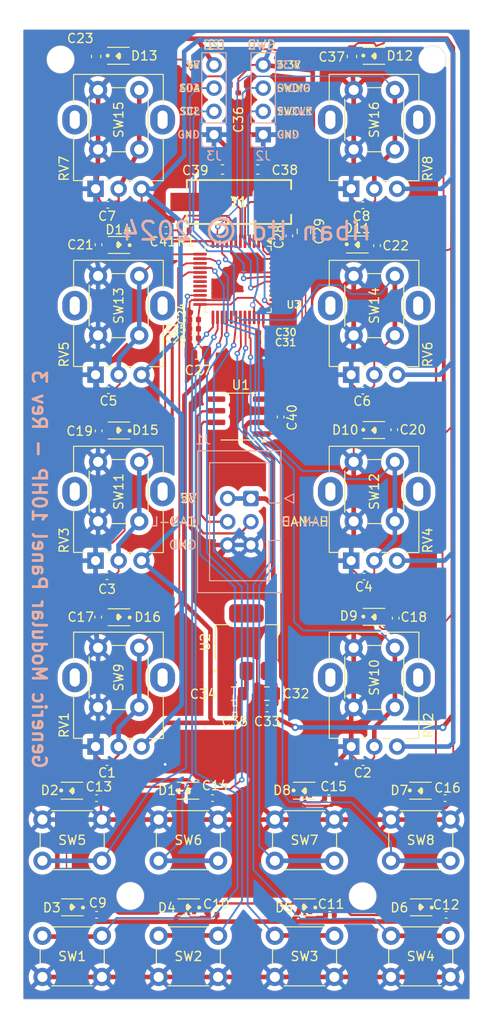
<source format=kicad_pcb>
(kicad_pcb (version 20240108) (generator "pcbnew") (generator_version "8.0")
  (title_block (title "riban modular 10HP generic panel") (date "2024-03-08") (rev "3") (company "riban"))
  (layers (0 "F.Cu" signal) (31 "B.Cu" signal) (34 "B.Paste" user) (35 "F.Paste" user) (36 "B.SilkS" user "B.Silkscreen") (37 "F.SilkS" user "F.Silkscreen") (38 "B.Mask" user) (39 "F.Mask" user) (44 "Edge.Cuts" user))
  (net 0 "")
  (net 1 "+5V")
  (net 2 "WS2812")
  (net 3 "GND")
  (net 4 "Net-(U3-PD0)")
  (net 5 "VDD")
  (net 6 "SW6")
  (net 7 "SW5")
  (net 8 "SW4")
  (net 9 "SDA")
  (net 10 "SCL")
  (net 11 "SW3")
  (net 12 "SW2")
  (net 13 "SWCLK")
  (net 14 "SWDIO")
  (net 15 "SW8")
  (net 16 "SW7")
  (net 17 "SW1")
  (net 18 "POT8")
  (net 19 "POT7")
  (net 20 "POT6")
  (net 21 "POT5")
  (net 22 "POT3")
  (net 23 "POT4")
  (net 24 "POT2")
  (net 25 "POT1")
  (net 26 "Net-(U3-PD1)")
  (net 27 "Net-(U3-NRST)")
  (net 28 "Net-(D1-DOUT)")
  (net 29 "CAN-H")
  (net 30 "CAN-L")
  (net 31 "Net-(D2-DOUT)")
  (net 32 "Net-(D3-DOUT)")
  (net 33 "Net-(D4-DOUT)")
  (net 34 "Net-(D5-DOUT)")
  (net 35 "Net-(D6-DOUT)")
  (net 36 "Net-(D7-DOUT)")
  (net 37 "Net-(D8-DOUT)")
  (net 38 "Net-(D10-DIN)")
  (net 39 "Net-(D10-DOUT)")
  (net 40 "Net-(D11-DOUT)")
  (net 41 "Net-(D12-DOUT)")
  (net 42 "Net-(D13-DOUT)")
  (net 43 "Net-(D14-DOUT)")
  (net 44 "Net-(D15-DOUT)")
  (net 47 "Net-(U1-RXD)")
  (net 48 "Net-(U1-TXD)")
  (footprint "Capacitor_SMD:C_0402_1005Metric" (layer "F.Cu") (at 92.4544 87.4436 90)
    (property "Reference" "C20")
    (property "Value" "100nF" (hide yes))
  )
  (footprint "Capacitor_SMD:C_0402_1005Metric" (layer "F.Cu") (at 89.1524 103.4964)
    (property "Reference" "C4")
    (property "Value" "100nF" (hide yes))
  )
  (footprint "Capacitor_SMD:C_0402_1005Metric" (layer "F.Cu") (at 75.41 51.11 -90)
    (property "Reference" "C36")
    (property "Value" "100nF")
  )
  (footprint "Capacitor_SMD:C_0402_1005Metric" (layer "F.Cu") (at 89.0228 62.9072)
    (property "Reference" "C8")
    (property "Value" "100nF" (hide yes))
  )
  (footprint "riban:Potentiometer_9mm_Vertical" (layer "F.Cu") (at 90.27 94.2 90)
    (property "Reference" "RV4")
    (property "Value" "10K")
  )
  (footprint "riban:LED_XL-1615RGBC-WS2812B" (layer "F.Cu") (at 62.33 87.5016 180)
    (property "Reference" "D15")
    (property "Value" "WS2812B")
  )
  (footprint "Capacitor_SMD:C_0402_1005Metric" (layer "F.Cu") (at 89.0508 123.7656)
    (property "Reference" "C2")
    (property "Value" "100nF" (hide yes))
  )
  (footprint "Capacitor_SMD:C_0402_1005Metric" (layer "F.Cu") (at 85.416 140.461136 180)
    (property "Reference" "C11")
    (property "Value" "100nF" (hide yes))
  )
  (footprint "Capacitor_SMD:C_0402_1005Metric" (layer "F.Cu") (at 98.125 140.461136 180)
    (property "Reference" "C12")
    (property "Value" "100nF" (hide yes))
  )
  (footprint "Capacitor_SMD:C_0402_1005Metric" (layer "F.Cu") (at 72.589 127.7052)
    (property "Reference" "C14")
    (property "Value" "100nF" (hide yes))
  )
  (footprint "Capacitor_SMD:C_0402_1005Metric" (layer "F.Cu") (at 85.317 127.7052)
    (property "Reference" "C15")
    (property "Value" "100nF" (hide yes))
  )
  (footprint "Capacitor_SMD:C_0402_1005Metric" (layer "F.Cu") (at 92.6068 108.0404 90)
    (property "Reference" "C18")
    (property "Value" "100nF" (hide yes))
  )
  (footprint "riban:SW_PUSH_6mm_H4.3mm" (layer "F.Cu") (at 90.27 114.52 90)
    (property "Reference" "SW10")
    (property "Value" "SW_Push" (hide yes))
  )
  (footprint "riban:LED_XL-1615RGBC-WS2812B" (layer "F.Cu") (at 62.33 107.916 180)
    (property "Reference" "D16")
    (property "Value" "WS2812B")
  )
  (footprint "riban:SW_PUSH_6mm_H4.3mm" (layer "F.Cu") (at 95.35 145 180)
    (property "Reference" "SW4")
    (property "Value" "SW_Push" (hide yes))
  )
  (footprint "riban:SW_PUSH_6mm_H4.3mm" (layer "F.Cu") (at 82.65 145 180)
    (property "Reference" "SW3")
    (property "Value" "SW_Push" (hide yes))
  )
  (footprint "riban:LED_XL-1615RGBC-WS2812B" (layer "F.Cu") (at 57.25 126.9152)
    (property "Reference" "D2")
    (property "Value" "WS2812B")
  )
  (footprint "riban:SW_PUSH_6mm_H4.3mm" (layer "F.Cu") (at 57.25 132.3)
    (property "Reference" "SW5")
    (property "Value" "SW_Push" (hide yes))
  )
  (footprint "riban:LED_XL-1615RGBC-WS2812B" (layer "F.Cu") (at 82.65 126.9152)
    (property "Reference" "D8")
    (property "Value" "WS2812B")
  )
  (footprint "riban:Potentiometer_9mm_Vertical" (layer "F.Cu") (at 90.27 114.52 90)
    (property "Reference" "RV2")
    (property "Value" "10K")
  )
  (footprint "riban:SW_PUSH_6mm_H4.3mm" (layer "F.Cu") (at 69.95 132.3)
    (property "Reference" "SW6")
    (property "Value" "SW_Push" (hide yes))
  )
  (footprint "riban:SW_PUSH_6mm_H4.3mm" (layer "F.Cu") (at 69.95 145 180)
    (property "Reference" "SW2")
    (property "Value" "SW_Push" (hide yes))
  )
  (footprint "riban:LED_XL-1615RGBC-WS2812B" (layer "F.Cu") (at 95.35 139.6152 180)
    (property "Reference" "D6")
    (property "Value" "WS2812B")
  )
  (footprint "riban:SW_PUSH_6mm_H4.3mm" (layer "F.Cu") (at 82.65 132.3)
    (property "Reference" "SW7")
    (property "Value" "SW_Push" (hide yes))
  )
  (footprint "Capacitor_SMD:C_0402_1005Metric" (layer "F.Cu") (at 98.017 127.7052)
    (property "Reference" "C16")
    (property "Value" "100nF" (hide yes))
  )
  (footprint "riban:SW_PUSH_6mm_H4.3mm" (layer "F.Cu") (at 95.35 132.3)
    (property "Reference" "SW8")
    (property "Value" "SW_Push" (hide yes))
  )
  (footprint "riban:LED_XL-1615RGBC-WS2812B" (layer "F.Cu") (at 82.622 139.6152 180)
    (property "Reference" "D5")
    (property "Value" "WS2812B")
  )
  (footprint "Capacitor_SMD:C_0402_1005Metric" (layer "F.Cu") (at 90.5748 67.3268 90)
    (property "Reference" "C22")
    (property "Value" "100nF" (hide yes))
  )
  (footprint "riban:Potentiometer_9mm_Vertical" (layer "F.Cu") (at 90.27 73.88 90)
    (property "Reference" "RV6")
    (property "Value" "10K")
  )
  (footprint "riban:LED_XL-1615RGBC-WS2812B" (layer "F.Cu") (at 62.33 67.2252 180)
    (property "Reference" "D14")
    (property "Value" "WS2812B")
  )
  (footprint "Capacitor_SMD:C_0402_1005Metric" (layer "F.Cu") (at 89.0228 83.1764)
    (property "Reference" "C6")
    (property "Value" "100nF" (hide yes))
  )
  (footprint "riban:SW_PUSH_6mm_H4.3mm" (layer "F.Cu") (at 90.27 53.56 90)
    (property "Reference" "SW16")
    (property "Value" "SW_Push" (hide yes))
  )
  (footprint "riban:SW_PUSH_6mm_H4.3mm" (layer "F.Cu") (at 90.27 94.2 90)
    (property "Reference" "SW12")
    (property "Value" "SW_Push" (hide yes))
  )
  (footprint "Package_SO:SOIC-8_3.9x4.9mm_P1.27mm" (layer "F.Cu") (at 75.486 86.002564 180)
    (property "Reference" "U1")
    (property "Value" "TJA1051T-3")
  )
  (footprint "Capacitor_SMD:C_0402_1005Metric" (layer "F.Cu") (at 70.576 77.452564 180)
    (property "Reference" "C26")
    (property "Value" "100nF" (hide yes))
  )
  (footprint "Capacitor_SMD:C_0402_1005Metric" (layer "F.Cu") (at 80.986 66.252564 -90)
    (property "Reference" "C28")
    (property "Value" "100nF" (hide yes))
  )
  (footprint "Capacitor_SMD:C_0805_2012Metric" (layer "F.Cu") (at 82.586 65.752564 -90)
    (property "Reference" "C29")
    (property "Value" "4.7uF")
  )
  (footprint "Capacitor_SMD:C_0402_1005Metric" (layer "F.Cu") (at 78.106 76.852564 180)
    (property "Reference" "C30")
    (property "Value" "10nF" (hide yes))
  )
  (footprint "Capacitor_SMD:C_0402_1005Metric" (layer "F.Cu") (at 78.106 77.852564 180)
    (property "Reference" "C31")
    (property "Value" "1uF" (hide yes))
  )
  (footprint "Capacitor_SMD:C_0402_1005Metric" (layer "F.Cu") (at 70.576 76.417264 180)
    (property "Reference" "C25")
    (property "Value" "100nF" (hide yes))
  )
  (footprint "Capacitor_SMD:C_0402_1005Metric" (layer "F.Cu") (at 59.917 127.7052)
    (property "Reference" "C13")
    (property "Value" "100nF" (hide yes))
  )
  (footprint "Capacitor_SMD:C_0402_1005Metric" (layer "F.Cu") (at 61.06 123.7656 180)
    (property "Reference" "C1")
    (property "Value" "100nF" (hide yes))
  )
  (footprint "Capacitor_SMD:C_0402_1005Metric" (layer "F.Cu") (at 60.134 67.2252 -90)
    (property "Reference" "C21")
    (property "Value" "100nF" (hide yes))
  )
  (footprint "Capacitor_SMD:C_0402_1005Metric" (layer "F.Cu") (at 61.2124 83.1256)
    (property "Reference" "C5")
    (property "Value" "100nF" (hide yes))
  )
  (footprint "riban:LED_XL-1615RGBC-WS2812B" (layer "F.Cu") (at 88.455 67.2252)
    (property "Reference" "D11")
    (property "Value" "WS2812B")
  )
  (footprint "riban:LED_XL-1615RGBC-WS2812B" (layer "F.Cu") (at 95.35 126.9152)
    (property "Reference" "D7")
    (property "Value" "WS2812B")
  )
  (footprint "riban:SW_PUSH_6mm_H4.3mm" (layer "F.Cu") (at 62.33 114.52 90)
    (property "Reference" "SW9")
    (property "Value" "SW_Push" (hide yes))
  )
  (footprint "riban:Potentiometer_9mm_Vertical" (layer "F.Cu") (at 62.33 114.52 90)
    (property "Reference" "RV1")
    (property "Value" "10K")
  )
  (footprint "Capacitor_SMD:C_0402_1005Metric" (layer "F.Cu") (at 60.1456 87.568 -90)
    (property "Reference" "C19")
    (property "Value" "100nF" (hide yes))
  )
  (footprint "Capacitor_SMD:C_0402_1005Metric" (layer "F.Cu") (at 61.06 103.4456)
    (property "Reference" "C3")
    (property "Value" "100nF" (hide yes))
  )
  (footprint "riban:SW_PUSH_6mm_H4.3mm" (layer "F.Cu") (at 62.33 94.2 90)
    (property "Reference" "SW11")
    (property "Value" "SW_Push" (hide yes))
  )
  (footprint "Capacitor_SMD:C_0402_1005Metric" (layer "F.Cu") (at 61.1388 62.8564)
    (property "Reference" "C7")
    (property "Value" "100nF" (hide yes))
  )
  (footprint "Capacitor_SMD:C_0402_1005Metric" (layer "F.Cu") (at 60.0948 107.916 -90)
    (property "Reference" "C17")
    (property "Value" "100nF" (hide yes))
  )
  (footprint "riban:Potentiometer_9mm_Vertical" (layer "F.Cu") (at 62.33 53.56 90)
    (property "Reference" "RV7")
    (property "Value" "10K")
  )
  (footprint "riban:Potentiometer_9mm_Vertical" (layer "F.Cu") (at 90.27 53.56 90)
    (property "Reference" "RV8")
    (property "Value" "10K")
  )
  (footprint "riban:SW_PUSH_6mm_H4.3mm" (layer "F.Cu") (at 57.25 145 180)
    (property "Reference" "SW1")
    (property "Value" "SW_Push" (hide yes))
  )
  (footprint "riban:SW_PUSH_6mm_H4.3mm" (layer "F.Cu") (at 62.33 53.56 90)
    (property "Reference" "SW15")
    (property "Value" "SW_Push" (hide yes))
  )
  (footprint "Capacitor_SMD:C_0402_1005Metric" (layer "F.Cu") (at 70.576 75.401264 180)
    (property "Reference" "C24")
    (property "Value" "100nF" (hide yes))
  )
  (footprint "riban:SW_PUSH_6mm_H4.3mm" (layer "F.Cu") (at 62.33 73.88 90)
    (property "Reference" "SW13")
    (property "Value" "SW_Push" (hide yes))
  )
  (footprint "Capacitor_SMD:C_0402_1005Metric" (layer "F.Cu") (at 75.0674 117.9626 180)
    (property "Reference" "C35")
    (property "Value" "100nF" (hide yes))
  )
  (footprint "Capacitor_SMD:C_0402_1005Metric" (layer "F.Cu") (at 78.5726 117.9118 180)
    (property "Reference" "C33")
    (property "Value" "100nF" (hide yes))
  )
  (footprint "Capacitor_SMD:C_0805_2012Metric" (layer "F.Cu") (at 78.5218 116.2862 180)
    (property "Reference" "C32")
    (property "Value" "10uF" (hide yes))
  )
  (footprint "riban:Potentiometer_9mm_Vertical" (layer "F.Cu") (at 62.33 94.2 90)
    (property "Reference" "RV3")
    (property "Value" "10K")
  )
  (footprint "riban:LED_XL-1615RGBC-WS2812B" (layer "F.Cu") (at 62.33 46.6004)
    (property "Reference" "D13")
    (property "Value" "WS2812B")
  )
  (footprint "Capacitor_SMD:C_0805_2012Metric" (layer "F.Cu") (at 74.915 116.2862 180)
    (property "Reference" "C34")
    (property "Value" "10uF" (hide yes))
  )
  (footprint "Capacitor_SMD:C_0805_2012Metric" (layer "F.Cu") (at 70.986 79.002564 180)
    (property "Reference" "C27")
    (property "Value" "4.7uF")
  )
  (footprint "riban:Potentiometer_9mm_Vertical" (layer "F.Cu") (at 62.33 73.88 90)
    (property "Reference" "RV5")
    (property "Value" "10K")
  )
  (footprint "Package_TO_SOT_SMD:SOT-223" (layer "F.Cu") (at 76.3 110.6596 90)
    (property "Reference" "U2")
    (property "Value" "AMS1117-3.3" (hide yes))
  )
  (footprint "Capacitor_SMD:C_0402_1005Metric" (layer "F.Cu") (at 72.598 140.461136 180)
    (property "Reference" "C10")
    (property "Value" "100nF" (hide yes))
  )
  (footprint "Capacitor_SMD:C_0402_1005Metric" (layer "F.Cu") (at 59.917 140.461136 180)
    (property "Reference" "C9")
    (property "Value" "100nF" (hide yes))
  )
  (footprint "riban:LED_XL-1615RGBC-WS2812B" (layer "F.Cu") (at 69.95 126.9152)
    (property "Reference" "D1")
    (property "Value" "WS2812B")
  )
  (footprint "riban:LED_XL-1615RGBC-WS2812B" (layer "F.Cu") (at 69.931 139.6152 180)
    (property "Reference" "D4")
    (property "Value" "WS2812B")
  )
  (footprint "Capacitor_SMD:C_0603_1608Metric" (layer "F.Cu") (at 87.8316 46.6512 -90)
    (property "Reference" "C37")
    (property "Value" "100nF")
  )
  (footprint "riban:SW_PUSH_6mm_H4.3mm" (layer "F.Cu") (at 90.27 73.88 90)
    (property "Reference" "SW14")
    (property "Value" "SW_Push" (hide yes))
  )
  (footprint "riban:LED_XL-1615RGBC-WS2812B" (layer "F.Cu") (at 57.231 139.6152 180)
    (property "Reference" "D3")
    (property "Value" "WS2812B")
  )
  (footprint "riban:LED_XL-1615RGBC-WS2812B" (layer "F.Cu") (at 90.27 46.6004)
    (property "Reference" "D12")
    (property "Value" "WS2812B")
  )
  (footprint "Capacitor_SMD:C_0603_1608Metric" (layer "F.Cu") (at 59.8662 46.6512 -90)
    (property "Reference" "C23")
    (property "Value" "100nF")
  )
  (footprint "riban:LED_XL-1615RGBC-WS2812B" (layer "F.Cu") (at 90.27 107.916)
    (property "Reference" "D9")
    (property "Value" "WS2812B")
  )
  (footprint "riban:LED_XL-1615RGBC-WS2812B" (layer "F.Cu") (at 90.27 87.5016)
    (property "Reference" "D10")
    (property "Value" "WS2812B")
  )
  (footprint "riban:HC-49S" (layer "F.Cu") (at 75.486 62.552564)
    (property "Reference" "Y1")
    (property "Value" "8MHz" (hide yes))
  )
  (footprint "Capacitor_SMD:C_0402_1005Metric" (layer "F.Cu") (at 80.036 86.052564 90)
    (property "Reference" "C40")
    (property "Value" "100nF")
  )
  (footprint "Capacitor_SMD:C_0603_1608Metric" (layer "F.Cu") (at 73.686 59.002564 180)
    (property "Reference" "C39")
    (property "Value" "22pF")
  )
  (footprint "Capacitor_SMD:C_0603_1608Metric" (layer "F.Cu") (at 77.536 59.002564)
    (property "Reference" "C38")
    (property "Value" "22pF")
  )
  (footprint "Resistor_SMD:R_0402_1005Metric" (layer "F.Cu") (at 69.526 65.652564)
    (property "Reference" "R1")
    (property "Value" "10K")
  )
  (footprint "Package_QFP:LQFP-48_7x7mm_P0.5mm" (layer "F.Cu") (at 75.386 71.002564 -90)
    (property "Reference" "U3")
    (property "Value" "STM32F103C8Tx" (hide yes))
  )
  (footprint "Capacitor_SMD:C_0402_1005Metric" (layer "F.Cu") (at 67.5116 65.6504)
    (property "Reference" "C41")
    (property "Value" "100pF")
  )
  (footprint "Connector_IDC:IDC-Header_2x03_P2.54mm_Vertical" (layer "B.Cu") (at 76.786 94.957 180)
    (property "Reference" "J1")
    (property "Value" "CAN_PWR")
  )
  (footprint "Connector_PinHeader_2.54mm:PinHeader_1x04_P2.54mm_Vertical" (layer "B.Cu") (at 78.13 55.19)
    (property "Reference" "J2")
    (property "Value" "SWD" (hide yes))
  )
  (footprint "Connector_PinHeader_2.54mm:PinHeader_1x04_P2.54mm_Vertical" (layer "B.Cu") (at 72.75 55.19)
    (property "Reference" "J3")
    (property "Value" "I2C" (hide yes))
  )
  (gr_line (start 51.9 43.696) (end 51.9 149.696) (stroke (width 0.05)) (layer "Edge.Cuts"))
  (gr_line (start 100.7 149.696) (end 100.7 43.696) (stroke (width 0.05)) (layer "Edge.Cuts"))
  (gr_line (start 100.7 43.696) (end 51.9 43.696) (stroke (width 0.05)) (layer "Edge.Cuts"))
  (gr_circle (center 63.6 138.396) (end 65.1 138.396) (stroke (width 0.05)) (fill none) (layer "Edge.Cuts"))
  (gr_circle (center 96.62 46.98) (end 98.12 46.98) (stroke (width 0.05)) (fill none) (layer "Edge.Cuts"))
  (gr_line (start 51.9 149.696) (end 100.7 149.696) (stroke (width 0.05)) (layer "Edge.Cuts"))
  (gr_circle (center 89 138.42) (end 90.5 138.42) (stroke (width 0.05)) (fill none) (layer "Edge.Cuts"))
  (gr_circle (center 55.98 46.98) (end 57.48 46.98) (stroke (width 0.05)) (fill none) (layer "Edge.Cuts"))
  (gr_text "5V" (at 69.961048 94.957 0) (layer "B.SilkS") (effects (font (size 1 1)) (justify mirror)))
  (gr_text "SDA" (at 70.070799 50.11 0) (layer "B.SilkS") (effects (font (size 0.8 0.8)) (justify mirror)))
  (gr_text "Generic Modular Panel 10HP - Rev 3" (at 53.65 102.7 -90) (layer "B.SilkS") (effects (font (size 1.5 1.5) (thickness 0.3)) (justify mirror)))
  (gr_text "GND" (at 80.873809 55.19 0) (layer "B.SilkS") (effects (font (size 0.8 0.8)) (justify mirror)))
  (gr_text "5V" (at 70.470799 47.57 0) (layer "B.SilkS") (effects (font (size 0.8 0.8)) (justify mirror)))
  (gr_text "3.3V" (at 80.903715 47.57 0) (layer "B.SilkS") (effects (font (size 0.8 0.8)) (justify mirror)))
  (gr_text "SCL" (at 70.089847 52.65 0) (layer "B.SilkS") (effects (font (size 0.8 0.8)) (justify mirror)))
  (gr_text "GND" (at 69.975561 55.19 0) (layer "B.SilkS") (effects (font (size 0.8 0.8)) (justify mirror)))
  (gr_text "CAN-H" (at 82.7 97.497 0) (layer "B.SilkS") (effects (font (size 1 1)) (justify mirror)))
  (gr_text "I2C" (at 72.75 45.39 -0) (layer "B.SilkS") (effects (font (size 1 1)) (justify mirror)))
  (gr_text "SWDIO" (at 81.456096 50.11 0) (layer "B.SilkS") (effects (font (size 0.8 0.8)) (justify mirror)))
  (gr_text "GND" (at 69.342 100.037 0) (layer "B.SilkS") (effects (font (size 1 1)) (justify mirror)))
  (gr_text "SWD" (at 77.95 45.39 0) (layer "B.SilkS") (effects (font (size 1 1)) (justify mirror)))
  (gr_text "SWCLK" (at 81.570382 52.65 0) (layer "B.SilkS") (effects (font (size 0.8 0.8)) (justify mirror)))
  (gr_text "riban ltd © 2024" (at 76.3 65.72 0) (layer "B.SilkS") (effects (font (size 2 2) (thickness 0.3)) (justify mirror)))
  (gr_text "CAN-L" (at 68.389619 97.497 0) (layer "B.SilkS") (effects (font (size 1 1)) (justify mirror)))
  (gr_text "GND" (at 69.342 100.037 0) (layer "F.SilkS") (effects (font (size 1 1))))
  (gr_text "SWD" (at 77.95 45.39 -0) (layer "F.SilkS") (effects (font (size 1 1))))
  (gr_text "GND" (at 80.827524 55.19 0) (layer "F.SilkS") (effects (font (size 0.8 0.8))))
  (gr_text "SWDIO" (at 81.456096 50.11 0) (layer "F.SilkS") (effects (font (size 0.8 0.8))))
  (gr_text "3.3V" (at 80.903715 47.57 0) (layer "F.SilkS") (effects (font (size 0.8 0.8))))
  (gr_text "SDA" (at 70.070799 50.109999 0) (layer "F.SilkS") (effects (font (size 0.8 0.8))))
  (gr_text "5V" (at 70.470799 47.569999 0) (layer "F.SilkS") (effects (font (size 0.8 0.8))))
  (gr_text "C-L" (at 69.342 97.497 0) (layer "F.SilkS") (effects (font (size 1 1))))
  (gr_text "5V" (at 69.961048 94.957 0) (layer "F.SilkS") (effects (font (size 1 1))))
  (gr_text "GND" (at 69.975561 55.189999 0) (layer "F.SilkS") (effects (font (size 0.8 0.8))))
  (gr_text "I2C" (at 72.75 45.39 0) (layer "F.SilkS") (effects (font (size 1 1))))
  (gr_text "CAN-H" (at 82.7 97.497 0) (layer "F.SilkS") (effects (font (size 1 1))))
  (gr_text "SCL" (at 70.089847 52.65 0) (layer "F.SilkS") (effects (font (size 0.8 0.8))))
  (gr_text "SWCLK" (at 81.570382 52.65 0) (layer "F.SilkS") (effects (font (size 0.8 0.8))))
  (segment (start 60.6308 107.436) (end 60.9076 107.7128) (width 0.2) (layer "F.Cu") (net 1))
  (segment (start 90.87 107.466) (end 91.3948 107.466) (width 0.2) (layer "F.Cu") (net 1))
  (segment (start 53.39 45.98) (end 54.66 44.71) (width 0.5) (layer "F.Cu") (net 1))
  (segment (start 98.398 141.19) (end 98.605 140.983) (width 0.5) (layer "F.Cu") (net 1))
  (segment (start 57.5476 126.4652) (end 57.25 126.7628) (width 0.25) (layer "F.Cu") (net 1))
  (segment (start 78.332 94.962) (end 76.786 94.957) (width 0.5) (layer "F.Cu") (net 1))
  (segment (start 79.5512 117.4156) (end 79.5512 116.3656) (width 0.5) (layer "F.Cu") (net 1))
  (segment (start 78.613 110.617) (end 79.248 109.4124) (width 0.5) (layer "F.Cu") (net 1))
  (segment (start 70.0008 126.5394) (end 70.0008 127.7788) (width 0.25) (layer "F.Cu") (net 1))
  (segment (start 57.25 127.7788) (end 57.504 128.0328) (width 0.25) (layer "F.Cu") (net 1))
  (segment (start 95.6984 126.4652) (end 95.4008 126.7628) (width 0.25) (layer "F.Cu") (net 1))
  (segment (start 90.463844 45.492156) (end 90.87 46.1504) (width 0.2) (layer "F.Cu") (net 1))
  (segment (start 71.03 44.707496) (end 64.19 44.71) (width 0.5) (layer "F.Cu") (net 1))
  (segment (start 89.508 66.8188) (end 89.762 67.2252) (width 0.2) (layer "F.Cu") (net 1))
  (segment (start 87.8316 45.8762) (end 87.8316 45.7114) (width 0.2) (layer "F.Cu") (net 1))
  (segment (start 90.576 67.808) (end 90.5748 67.8068) (width 0.2) (layer "F.Cu") (net 1))
  (segment (start 56.203 141.2098) (end 60.1258 141.2098) (width 0.5) (layer "F.Cu") (net 1))
  (segment (start 61.0528 108.366) (end 61.73 108.366) (width 0.2) (layer "F.Cu") (net 1))
  (segment (start 60.1258 141.2098) (end 60.397 140.9386) (width 0.5) (layer "F.Cu") (net 1))
  (segment (start 61.1616 87.9516) (end 61.73 87.9516) (width 0.2) (layer "F.Cu") (net 1))
  (segment (start 68.1864 141.2098) (end 68.597581 141.209181) (width 0.5) (layer "F.Cu") (net 1))
  (segment (start 82.65 127.9312) (end 82.8826 128.1638) (width 0.25) (layer "F.Cu") (net 1))
  (segment (start 57.85 126.4652) (end 57.5476 126.4652) (width 0.25) (layer "F.Cu") (net 1))
  (segment (start 97.96 108.54) (end 92.6068 108.5204) (width 0.2) (layer "F.Cu") (net 1))
  (segment (start 59.8662 45.8762) (end 59.8662 45.7114) (width 0.2) (layer "F.Cu") (net 1))
  (segment (start 96.6708 125.2388) (end 84.4764 125.2388) (width 0.2) (layer "F.Cu") (net 1))
  (segment (start 68.597581 141.209181) (end 72.655467 141.203067) (width 0.5) (layer "F.Cu") (net 1))
  (segment (start 98.839727 87.01) (end 98.86 107.47) (width 0.5) (layer "F.Cu") (net 1))
  (segment (start 61.06 67.4792) (end 61.256 67.6752) (width 0.2) (layer "F.Cu") (net 1))
  (segment (start 68.597581 140.798619) (end 69.331 140.0652) (width 0.5) (layer "F.Cu") (net 1))
  (segment (start 84.3784 128.1638) (end 84.837 127.7052) (width 0.25) (layer "F.Cu") (net 1))
  (segment (start 71.03 44.88) (end 72.75 47.57) (width 0.5) (layer "F.Cu") (net 1))
  (segment (start 59.8662 45.7114) (end 60.298 45.2796) (width 0.2) (layer "F.Cu") (net 1))
  (segment (start 77.961 86.637564) (end 79.931 86.637564) (width 0.5) (layer "F.Cu") (net 1))
  (segment (start 78.6 113.8096) (end 78.613 110.617) (width 0.5) (layer "F.Cu") (net 1))
  (segment (start 98.820317 67.42) (end 98.839727 87.01) (width 0.5) (layer "F.Cu") (net 1))
  (segment (start 71.03 44.707496) (end 71.03 44.88) (width 0.5) (layer "F.Cu") (net 1))
  (segment (start 91.8448 107.916) (end 91.8448 108.3732) (width 0.2) (layer "F.Cu") (net 1))
  (segment (start 81.634 119.981) (end 79.094 118.711) (width 0.5) (layer "F.Cu") (net 1))
  (segment (start 70.55 126.4652) (end 70.075 126.4652) (width 0.25) (layer "F.Cu") (net 1))
  (segment (start 62.4316 45.2796) (end 62.93 45.778) (width 0.2) (layer "F.Cu") (net 1))
  (segment (start 96.8538 128.3884) (end 97.537 127.7052) (width 0.25) (layer "F.Cu") (net 1))
  (segment (start 79.1956 95.6224) (end 78.332 94.962) (width 0.5) (layer "F.Cu") (net 1))
  (segment (start 98.89 118.58) (end 98.86 107.47) (width 0.5) (layer "F.Cu") (net 1))
  (segment (start 62.93 45.778) (end 62.93 46.1504) (width 0.2) (layer "F.Cu") (net 1))
  (segment (start 60.806 87.088) (end 61.1108 87.3928) (width 0.2) (layer "F.Cu") (net 1))
  (segment (start 82.9984 126.4652) (end 82.65 126.8136) (width 0.25) (layer "F.Cu") (net 1))
  (segment (start 91.51 44.7) (end 71.03 44.707496) (width 0.5) (layer "F.Cu") (net 1))
  (segment (start 76.604436 86.637564) (end 77.961 86.637564) (width 0.5) (layer "F.Cu") (net 1))
  (segment (start 61.1108 87.3928) (end 61.1108 87.9008) (width 0.2) (layer "F.Cu") (net 1))
  (segment (start 98.67 67.66) (end 98.298 67.808) (width 0.2) (layer "F.Cu") (net 1))
  (segment (start 54.360172 66.7452) (end 53.384972 65.77) (width 0.2) (layer "F.Cu") (net 1))
  (segment (start 95.4008 126.7628) (end 95.4008 128.236) (width 0.25) (layer "F.Cu") (net 1))
  (segment (start 98.820317 67.42) (end 98.86 45.69) (width 0.5) (layer "F.Cu") (net 1))
  (segment (start 71.7814 128.0328) (end 72.109 127.7052) (width 0.25) (layer "F.Cu") (net 1))
  (segment (start 54.120858 107.436) (end 53.334858 106.65) (width 0.2) (layer "F.Cu") (net 1))
  (segment (start 60.9076 108.2208) (end 61.0528 108.366) (width 0.2) (layer "F.Cu") (net 1))
  (segment (start 98.820317 67.42) (end 98.67 67.66) (width 0.2) (layer "F.Cu") (net 1))
  (segment (start 91.8448 108.3732) (end 91.992 108.5204) (width 0.2) (layer "F.Cu") (net 1))
  (segment (start 95.95 126.4652) (end 95.6984 126.4652) (width 0.25) (layer "F.Cu") (net 1))
  (segment (start 90.87 87.0516) (end 91.3512 87.0516) (width 0.2) (layer "F.Cu") (net 1))
  (segment (start 61.06 66.9712) (end 61.06 67.4792) (width 0.2) (layer "F.Cu") (net 1))
  (segment (start 98.89 118.58) (end 97.76 119.981) (width 0.5) (layer "F.Cu") (net 1))
  (segment (start 55.63 140.6368) (end 56.203 141.2098) (width 0.5) (layer "F.Cu") (net 1))
  (segment (start 56.203 141.2098) (end 56.203 140.4932) (width 0.5) (layer "F.Cu") (net 1))
  (segment (start 60.397 140.9386) (end 60.397 140.461136) (width 0.5) (layer "F.Cu") (net 1))
  (segment (start 53.37 124.700351) (end 54.1676 125.7632) (width 0.5) (layer "F.Cu") (net 1))
  (segment (start 91.31 45.2) (end 90.463844 45.492156) (width 0.2) (layer "F.Cu") (net 1))
  (segment (start 60.134 66.7452) (end 60.834 66.7452) (width 0.2) (layer "F.Cu") (net 1))
  (segment (start 82.8826 128.1638) (end 84.3784 128.1638) (width 0.25) (layer "F.Cu") (net 1))
  (segment (start 91.3948 107.466) (end 91.8448 107.916) (width 0.2) (layer "F.Cu") (net 1))
  (segment (start 53.37 126.2) (end 55.63 128.56) (width 0.5) (layer "F.Cu") (net 1))
  (segment (start 54.66 44.71) (end 64.19 44.71) (width 0.5) (layer "F.Cu") (net 1))
  (segment (start 89.055 66.7752) (end 89.508 66.8188) (width 0.2) (layer "F.Cu") (net 1))
  (segment (start 54.418 87.088) (end 60.1456 87.088) (width 0.2) (layer "F.Cu") (net 1))
  (segment (start 76.157 88.736) (end 76.157 87.085) (width 0.5) (layer "F.Cu") (net 1))
  (segment (start 53.37 124.700351) (end 53.384972 65.77) (width 0.5) (layer "F.Cu") (net 1))
  (segment (start 83.25 126.4652) (end 82.9984 126.4652) (width 0.25) (layer "F.Cu") (net 1))
  (segment (start 79.0526 117.9118) (end 79.055 117.9118) (width 0.5) (layer "F.Cu") (net 1))
  (segment (start 85.896 140.461136) (end 85.896 140.992) (width 0.25) (layer "F.Cu") (net 1))
  (segment (start 91.992 108.5204) (end 92.6068 108.5204) (width 0.2) (layer "F.Cu") (net 1))
  (segment (start 59.1094 128.0328) (end 59.437 127.7052) (width 0.25) (layer "F.Cu") (net 1))
  (segment (start 85.698 141.19) (end 93.6252 141.19) (width 0.5) (layer "F.Cu") (net 1))
  (segment (start 57.504 128.0328) (end 59.1094 128.0328) (width 0.25) (layer "F.Cu") (net 1))
  (segment (start 62.93 45.594) (end 62.93 46.1504) (width 0.2) (layer "F.Cu") (net 1))
  (segment (start 53.384972 65.77) (end 53.39 45.98) (width 0.5) (layer "F.Cu") (net 1))
  (segment (start 79.094 118.711) (end 79.0526 117.9118) (width 0.5) (layer "F.Cu") (net 1))
  (segment (start 53.37 124.700351) (end 53.37 126.2) (width 0.5) (layer "F.Cu") (net 1))
  (segment (start 96.6708 125.2388) (end 95.95 125.9596) (width 0.2) (layer "F.Cu") (net 1))
  (segment (start 79.5512 116.3656) (end 79.4718 116.2862) (width 0.5) (layer "F.Cu") (net 1))
  (segment (start 55.63 128.56) (end 55.63 140.6368) (width 0.5) (layer "F.Cu") (net 1))
  (segment (start 64.19 44.71) (end 62.93 45.594) (width 0.2) (layer "F.Cu") (net 1))
  (segment (start 98.298 67.808) (end 90.576 67.808) (width 0.2) (layer "F.Cu") (net 1))
  (segment (start 56.203 140.4932) (end 56.631 140.0652) (width 0.5) (layer "F.Cu") (net 1))
  (segment (start 79.1956 95.6224) (end 79.1956 90.514) (width 0.5) (layer "F.Cu") (net 1))
  (segment (start 85.896 140.992) (end 85.698 141.19) (width 0.25) (layer "F.Cu") (net 1))
  (segment (start 61.256 67.6752) (end 61.73 67.6752) (width 0.2) (layer "F.Cu") (net 1))
  (segment (start 90.27 45.178) (end 90.463844 45.492156) (width 0.2) (layer "F.Cu") (net 1))
  (segment (start 82.65 126.8136) (end 82.65 127.9312) (width 0.25) (layer "F.Cu") (net 1))
  (segment (start 69.848 125.7632) (end 70.55 126.4652) (width 0.5) (layer "F.Cu") (net 1))
  (segment (start 79.931 86.637564) (end 80.036 86.532564) (width 0.5) (layer "F.Cu") (net 1))
  (segment (start 54.1676 125.7632) (end 57.148 125.7632) (width 0.5) (layer "F.Cu") (net 1))
  (segment (start 57.148 125.7632) (end 57.85 126.4652) (width 0.5) (layer "F.Cu") (net 1))
  (segment (start 60.0948 107.436) (end 60.6308 107.436) (width 0.2) (layer "F.Cu") (net 1))
  (segment (start 84.4764 125.2388) (end 83.25 126.4652) (width 0.2) (layer "F.Cu") (net 1))
  (segment (start 89.762 67.5808) (end 90.0896 67.8068) (width 0.2) (layer "F.Cu") (net 1))
  (segment (start 95.4008 128.236) (end 95.5532 128.3884) (width 0.25) (layer "F.Cu") (net 1))
  (segment (start 60.134 66.7452) (end 54.360172 66.7452) (width 0.2) (layer "F.Cu") (net 1))
  (segment (start 60.0948 107.436) (end 54.120858 107.436) (width 0.2) (layer "F.Cu") (net 1))
  (segment (start 60.9076 107.7128) (end 60.9076 108.2208) (width 0.2) (layer "F.Cu") (net 1))
  (segment (start 60.298 45.2796) (end 62.4316 45.2796) (width 0.2) (layer "F.Cu") (net 1))
  (segment (start 81.3292 141.19) (end 82.022 140.0652) (width 0.5) (layer "F.Cu") (net 1))
  (segment (start 79.4496 115.282) (end 78.6 113.8096) (width 0.508) (layer "F.Cu") (net 1))
  (segment (start 98.86 107.47) (end 97.96 108.54) (width 0.2) (layer "F.Cu") (net 1))
  (segment (start 98.91 124.12) (end 98.35 125.23) (width 0.2) (layer "F.Cu") (net 1))
  (segment (start 90.0896 67.8068) (end 90.5748 67.8068) (width 0.2) (layer "F.Cu") (net 1))
  (segment (start 53.34 86.01) (end 54.418 87.088) (width 0.2) (layer "F.Cu") (net 1))
  (segment (start 92.4544 87.9236) (end 97.926127 87.9236) (width 0.2) (layer "F.Cu") (net 1))
  (segment (start 72.655467 141.203067) (end 81.3292 141.19) (width 0.5) (layer "F.Cu") (net 1))
  (segment (start 79.1956 90.514) (end 76.157 88.736) (width 0.5) (layer "F.Cu") (net 1))
  (segment (start 89.762 67.2252) (end 89.762 67.5808) (width 0.2) (layer "F.Cu") (net 1))
  (segment (start 98.605 140.983) (end 98.605 140.461136) (width 0.5) (layer "F.Cu") (net 1))
  (segment (start 73.078 140.780534) (end 72.655467 141.203067) (width 0.25) (layer "F.Cu") (net 1))
  (segment (start 93.6252 141.19) (end 98.398 141.19) (width 0.5) (layer "F.Cu") (net 1))
  (segment (start 79.055 117.9118) (end 79.5512 117.4156) (width 0.5) (layer "F.Cu") (net 1))
  (segment (start 57.148 125.7632) (end 69.848 125.7632) (width 0.5) (layer "F.Cu") (net 1))
  (segment (start 92.2232 87.9236) (end 92.4544 87.9236) (width 0.2) (layer "F.Cu") (net 1))
  (segment (start 70.075 126.4652) (end 70.0008 126.5394) (width 0.25) (layer "F.Cu") (net 1))
  (segment (start 60.1258 141.2098) (end 68.1864 141.2098) (width 0.5) (layer "F.Cu") (net 1))
  (segment (start 93.6252 141.19) (end 94.75 140.0652) (width 0.5) (layer "F.Cu") (net 1))
  (segment (start 60.1456 87.088) (end 60.806 87.088) (width 0.2) (layer "F.Cu") (net 1))
  (segment (start 98.2 44.7) (end 91.51 44.7) (width 0.5) (layer "F.Cu") (net 1))
  (segment (start 98.35 125.23) (end 96.6708 125.2388) (width 0.2) (layer "F.Cu") (net 1))
  (segment (start 91.3512 87.0516) (end 92.2232 87.9236) (width 0.2) (layer "F.Cu") (net 1))
  (segment (start 95.5532 128.3884) (end 96.8538 128.3884) (width 0.25) (layer "F.Cu") (net 1))
  (segment (start 88.492 45.178) (end 90.27 45.178) (width 0.2) (layer "F.Cu") (net 1))
  (segment (start 60.834 66.7452) (end 61.06 66.9712) (width 0.2) (layer "F.Cu") (net 1))
  (segment (start 70.0008 127.7788) (end 70.2548 128.0328) (width 0.25) (layer "F.Cu") (net 1))
  (segment (start 61.1108 87.9008) (end 61.1616 87.9516) (width 0.2) (layer "F.Cu") (net 1))
  (segment (start 73.078 140.461136) (end 73.078 140.780534) (width 0.25) (layer "F.Cu") (net 1))
  (segment (start 68.597581 141.209181) (end 68.597581 140.798619) (width 0.5) (layer "F.Cu") (net 1))
  (segment (start 81.3292 141.19) (end 85.698 141.19) (width 0.5) (layer "F.Cu") (net 1))
  (segment (start 95.95 125.9596) (end 95.95 126.4652) (width 0.2) (layer "F.Cu") (net 1))
  (segment (start 97.926127 87.9236) (end 98.839727 87.01) (width 0.2) (layer "F.Cu") (net 1))
  (segment (start 57.25 126.7628) (end 57.25 127.7788) (width 0.25) (layer "F.Cu") (net 1))
  (segment (start 79.248 109.4124) (end 79.1956 95.6224) (width 0.5) (layer "F.Cu") (net 1))
  (segment (start 98.86 45.69) (end 98.2 44.7) (width 0.5) (layer "F.Cu") (net 1))
  (segment (start 98.89 118.58) (end 98.91 124.12) (width 0.2) (layer "F.Cu") (net 1))
  (segment (start 79.4718 116.2862) (end 79.4496 115.282) (width 0.508) (layer "F.Cu") (net 1))
  (segment (start 87.8316 45.7114) (end 88.492 45.178) (width 0.2) (layer "F.Cu") (net 1))
  (segment (start 76.157 87.085) (end 76.604436 86.637564) (width 0.5) (layer "F.Cu") (net 1))
  (segment (start 70.2548 128.0328) (end 71.7814 128.0328) (width 0.25) (layer "F.Cu") (net 1))
  (segment (start 91.51 44.7) (end 91.31 45.2) (width 0.2) (layer "F.Cu") (net 1))
  (via (at 97.76 119.981) (size 0.8) (drill 0.4) (layers "F.Cu" "B.Cu") (net 1))
  (via (at 81.634 119.981) (size 0.8) (drill 0.4) (layers "F.Cu" "B.Cu") (net 1))
  (segment (start 97.76 119.981) (end 81.634 119.981) (width 0.5) (layer "B.Cu") (net 1))
  (segment (start 74.246 94.957) (end 76.786 94.957) (width 0.5) (layer "B.Cu") (net 1))
  (segment (start 74.141 77.055) (end 74.141 75.170064) (width 0.2) (layer "F.Cu") (net 2))
  (segment (start 74.522 126.712) (end 75.792 125.696) (width 0.2) (layer "F.Cu") (net 2))
  (segment (start 70.8708 127.3152) (end 71.474 126.712) (width 0.2) (layer "F.Cu") (net 2))
  (segment (start 74.141 75.170064) (end 74.136 75.165064) (width 0.2) (layer "F.Cu") (net 2))
  (segment (start 71.474 126.712) (end 74.522 126.712) (width 0.2) (layer "F.Cu") (net 2))
  (segment (start 70.55 127.3152) (end 70.8708 127.3152) (width 0.2) (layer "F.Cu") (net 2))
  (via (at 74.141 77.055) (size 0.6) (drill 0.3) (layers "F.Cu" "B.Cu") (net 2))
  (via (at 75.792 125.696) (size 0.6) (drill 0.3) (layers "F.Cu" "B.Cu") (net 2))
  (segment (start 71.982 100.931) (end 71.982 81.246) (width 0.2) (layer "B.Cu") (net 2))
  (segment (start 75.792 104.614) (end 71.982 100.931) (width 0.2) (layer "B.Cu") (net 2))
  (segment (start 71.982 81.246) (end 74.141 78.071) (width 0.2) (layer "B.Cu") (net 2))
  (segment (start 74.141 78.071) (end 74.141 77.055) (width 0.2) (layer "B.Cu") (net 2))
  (segment (start 75.792 125.696) (end 75.792 104.614) (width 0.2) (layer "B.Cu") (net 2))
  (segment (start 83.272 130.7848) (end 84.0068 130.05) (width 0.25) (layer "F.Cu") (net 3))
  (segment (start 71.3576 130.05) (end 73.2 130.05) (width 0.5) (layer "F.Cu") (net 3))
  (segment (start 57.881 139.2152) (end 57.885 133.062) (width 0.2) (layer "F.Cu") (net 3))
  (segment (start 87.745 108.8454) (end 88.02 109.1204) (width 0.508) (layer "F.Cu") (net 3))
  (segment (start 60.7324 83.1256) (end 59.7916 82.6008) (width 0.2) (layer "F.Cu") (net 3))
  (segment (start 77.9764 70.2224) (end 77.57 69.8668) (width 0.2) (layer "F.Cu") (net 3))
  (segment (start 83.272 139.2152) (end 82.9992 139.2152) (width 0.25) (layer "F.Cu") (net 3))
  (segment (start 74.525436 87.907564) (end 73.011 87.907564) (width 0.5) (layer "F.Cu") (net 3))
  (segment (start 87.745 63.6034) (end 87.745 61.11) (width 0.508) (layer "F.Cu") (net 3))
  (segment (start 77.626 77.852564) (end 77.626 76.852564) (width 0.5) (layer "F.Cu") (net 3))
  (segment (start 85.7996 128.3884) (end 85.7996 127.7078) (width 0.25) (layer "F.Cu") (net 3))
  (segment (start 87.745 118.045) (end 88.02 117.77) (width 0.5) (layer "F.Cu") (net 3))
  (segment (start 96 139.2152) (end 96 130.7356) (width 0.25) (layer "F.Cu") (net 3))
  (segment (start 84.715136 140.682) (end 84.936 140.461136) (width 0.25) (layer "F.Cu") (net 3))
  (segment (start 77.637162 79.040162) (end 78.189 79.592) (width 0.2) (layer "F.Cu") (net 3))
  (segment (start 90.2192 106.8492) (end 90.524 106.5444) (width 0.2) (layer "F.Cu") (net 3))
  (segment (start 59.805 103.105) (end 59.805 101.75) (width 0.2) (layer "F.Cu") (net 3))
  (segment (start 60.1456 88.048) (end 60.08 88.1136) (width 0.2) (layer "F.Cu") (net 3))
  (segment (start 87.745 80.0776) (end 87.745 81.43) (width 0.5) (layer "F.Cu") (net 3))
  (segment (start 75.748164 59.002564) (end 75.5 59.002564) (width 0.5) (layer "F.Cu") (net 3))
  (segment (start 82.904 140.682) (end 84.715136 140.682) (width 0.25) (layer "F.Cu") (net 3))
  (segment (start 60.198 129.4892) (end 60.198 130.683) (width 0.5) (layer "F.Cu") (net 3))
  (segment (start 79.4 130.05) (end 82.9696 130.05) (width 0.5) (layer "F.Cu") (net 3))
  (segment (start 77.443 116.1574) (end 77.5718 116.2862) (width 0.2) (layer "F.Cu") (net 3))
  (segment (start 73.406 101.346) (end 74.246 100.037) (width 0.5) (layer "F.Cu") (net 3))
  (segment (start 70.458 128.4392) (end 72.744 128.4392) (width 0.25) (layer "F.Cu") (net 3))
  (segment (start 82.65 128.5408) (end 85.6472 128.5408) (width 0.25) (layer "F.Cu") (net 3))
  (segment (start 87.73 100.2452) (end 87.745 100.2602) (width 0.5) (layer "F.Cu") (net 3))
  (segment (start 62.555 87.1016) (end 62.98 87.1016) (width 0.2) (layer "F.Cu") (net 3))
  (segment (start 82 128.1852) (end 82.65 128.5408) (width 0.25) (layer "F.Cu") (net 3))
  (segment (start 60.1456 103.4456) (end 59.805 103.105) (width 0.2) (layer "F.Cu") (net 3))
  (segment (start 87.9856 79.248) (end 87.745 80.0776) (width 0.5) (layer "F.Cu") (net 3))
  (segment (start 75.41 51.59) (end 75.41 54.39) (width 0.2) (layer "F.Cu") (net 3))
  (segment (start 73.2 130.05) (end 79.4 130.05) (width 0.5) (layer "F.Cu") (net 3))
  (segment (start 70.3028 73.2732) (end 74.422 73.2732) (width 0.2) (layer "F.Cu") (net 3))
  (segment (start 74.168 81.788) (end 75.057 82.677) (width 0.5) (layer "F.Cu") (net 3))
  (segment (start 77.57 69.1048) (end 77.8748 68.7732) (width 0.2) (layer "F.Cu") (net 3))
  (segment (start 83.272 139.2152) (end 83.272 130.7848) (width 0.25) (layer "F.Cu") (net 3))
  (segment (start 92.6068 107.0016) (end 92.6068 107.5604) (width 0.2) (layer "F.Cu") (net 3))
  (segment (start 75.057 84.709) (end 75.715564 85.367564) (width 0.5) (layer "F.Cu") (net 3))
  (segment (start 74.461 58.13) (end 74.461 56.901) (width 0.5) (layer "F.Cu") (net 3))
  (segment (start 62.076 109.1352) (end 62.2792 108.932) (width 0.2) (layer "F.Cu") (net 3))
  (segment (start 60.2472 62.3992) (end 60.6588 62.8564) (width 0.25) (layer "F.Cu") (net 3))
  (segment (start 72.75 55.19) (end 76.21 55.19) (width 0.5) (layer "F.Cu") (net 3))
  (segment (start 95.75 139.2152) (end 95.4008 139.5644) (width 0.25) (layer "F.Cu") (net 3))
  (segment (start 60.397 129.947) (end 60.5 130.05) (width 0.25) (layer "F.Cu") (net 3))
  (segment (start 60.5 147.25) (end 98.6 147.25) (width 0.5) (layer "F.Cu") (net 3))
  (segment (start 74.622 67.8844) (end 75.5108 68.7732) (width 0.2) (layer "F.Cu") (net 3))
  (segment (start 70.3056 128.4392) (end 70.3056 129.4256) (width 0.25) (layer "F.Cu") (net 3))
  (segment (start 60.397 128.1878) (end 60.397 127.7052) (width 0.25) (layer "F.Cu") (net 3))
  (segment (start 57.25 140.4788) (end 57.6056 140.7328) (width 0.2) (layer "F.Cu") (net 3))
  (segment (start 88.02 97.45) (end 88.02 99.9552) (width 0.5) (layer "F.Cu") (net 3))
  (segment (start 82.586 66.702564) (end 81.016 66.702564) (width 0.2) (layer "F.Cu") (net 3))
  (segment (start 67.41 124.0155) (end 78.6765 124.0155) (width 0.5) (layer "F.Cu") (net 3))
  (segment (start 88.4412 67.414) (end 88.4412 66.3108) (width 0.2) (layer "F.Cu") (net 3))
  (segment (start 96.6856 130.05) (end 98.6 130.05) (width 0.5) (layer "F.Cu") (net 3))
  (segment (start 59.7916 82.6008) (end 59.805 81.43) (width 0.2) (layer "F.Cu") (net 3))
  (segment (start 71.897136 140.682) (end 70.204 140.682) (width 0.25) (layer "F.Cu") (net 3))
  (segment (start 88.02 109.1204) (end 88.02 111.27) (width 0.508) (layer "F.Cu") (net 3))
  (segment (start 95.5024 140.682) (end 97.424136 140.682) (width 0.25) (layer "F.Cu") (net 3))
  (segment (start 60.7552 88.8152) (end 62.2284 88.8152) (width 0.2) (layer "F.Cu") (net 3))
  (segment (start 62.1776 68.4444) (end 62.3808 68.2412) (width 0.2) (layer "F.Cu") (net 3))
  (segment (start 60.1456 88.048) (end 60.1456 88.2056) (width 0.2) (layer "F.Cu") (net 3))
  (segment (start 77.626 76.852564) (end 77.626 75.175064) (width 0.2) (layer "F.Cu") (net 3))
  (segment (start 62.555 66.8252) (end 62.98 66.8252) (width 0.2) (layer "F.Cu") (net 3))
  (segment (start 86.108414 123.972814) (end 87.745 122.07) (width 0.5) (layer "F.Cu") (net 3))
  (segment (start 81.016 66.702564) (end 80.986 66.732564) (width 0.2) (layer "F.Cu") (net 3))
  (segment (start 59.805 122.07) (end 59.805 122.9906) (width 0.25) (layer "F.Cu") (net 3))
  (segment (start 72.140065 100.037) (end 70.231 98.127935) (width 0.5) (layer "F.Cu") (net 3))
  (segment (start 62.2284 88.8152) (end 62.33 88.7136) (width 0.2) (layer "F.Cu") (net 3))
  (segment (start 95.1468 128.7948) (end 98.0932 128.7948) (width 0.25) (layer "F.Cu") (net 3))
  (segment (start 74.461 56.901) (end 72.75 55.19) (width 0.5) (layer "F.Cu") (net 3))
  (segment (start 75.748164 59.002564) (end 76.761 59.002564) (width 0.5) (layer "F.Cu") (net 3))
  (segment (start 95.4008 140.5804) (end 95.5024 140.682) (width 0.25) (layer "F.Cu") (net 3))
  (segment (start 57.25 139.4628) (end 57.25 140.4788) (width 0.2) (layer "F.Cu") (net 3))
  (segment (start 74.461 59.002564) (end 74.461 58.13) (width 0.5) (layer "F.Cu") (net 3))
  (segment (start 94.7 128.348) (end 95.1468 128.7948) (width 0.25) (layer "F.Cu") (net 3))
  (segment (start 87.745 122.07) (end 87.745 118.045) (width 0.5) (layer "F.Cu") (net 3))
  (segment (start 70.3056 129.4256) (end 70.93 130.05) (width 0.25) (layer "F.Cu") (net 3))
  (segment (start 86.0717 124.0155) (end 86.108414 123.972814) (width 0.5) (layer "F.Cu") (net 3))
  (segment (start 56.6 127.3152) (end 56.6 128.0432) (width 0.25) (layer "F.Cu") (net 3))
  (segment (start 61.68 47.0004) (end 61.68 47.8808) (width 0.2) (layer "F.Cu") (net 3))
  (segment (start 98.0932 128.7948) (end 98.5504 128.3376) (width 0.25) (layer "F.Cu") (net 3))
  (segment (start 70.082 73.5044) (end 70.0768 73.4992) (width 0.2) (layer "F.Cu") (net 3))
  (segment (start 67.0316 65.6504) (end 67.0316 60.9996) (width 0.2) (layer "F.Cu") (net 3))
  (segment (start 58.5708 140.7328) (end 58.774 140.4788) (width 0.2) (layer "F.Cu") (net 3))
  (segment (start 87.8316 47.4262) (end 88.02 50.31) (width 0.5) (layer "F.Cu") (net 3))
  (segment (start 56.6 128.0432) (end 57.1484 128.4392) (width 0.25) (layer "F.Cu") (net 3))
  (segment (start 92.1496 106.5444) (end 92.6068 107.0016) (width 0.2) (layer "F.Cu") (net 3))
  (segment (start 62.3808 68.2412) (end 62.3808 66.9994) (width 0.2) (layer "F.Cu") (net 3))
  (segment (start 75.42 70.26) (end 79.5485 70.252564) (width 0.2) (layer "F.Cu") (net 3))
  (segment (start 89.62 108.316) (end 88.7524 108.316) (width 0.2) (layer "F.Cu") (net 3))
  (segment (start 60.134 67.7052) (end 60.134 67.874) (width 0.2) (layer "F.Cu") (net 3))
  (segment (start 70.0768 73.4992) (end 70.3028 73.2732) (width 0.2) (layer "F.Cu") (net 3))
  (segment (start 60.08 67.7592) (end 60.08 70.63) (width 0.2) (layer "F.Cu") (net 3))
  (segment (start 76.21 55.19) (end 78.13 55.19) (width 0.5) (layer "F.Cu") (net 3))
  (segment (start 62.33 88.7136) (end 62.33 87.3266) (width 0.2) (layer "F.Cu") (net 3))
  (segment (start 60.0948 108.396) (end 60.2192 108.396) (width 0.2) (layer "F.Cu") (net 3))
  (segment (start 73.965 116.2862) (end 73.965 117.3402) (width 0.5) (layer "F.Cu") (net 3))
  (segment (start 82 127.3152) (end 82 128.1852) (width 0.25) (layer "F.Cu") (net 3))
  (segment (start 87.745 101.75) (end 87.745 108.8454) (width 0.508) (layer "F.Cu") (net 3))
  (segment (start 75.5108 68.7732) (end 77.8476 68.7732) (width 0.2) (layer "F.Cu") (net 3))
  (segment (start 70.022 79.0232) (end 70.082 78.9632) (width 0.2) (layer "F.Cu") (net 3))
  (segment (start 59.805 61.11) (end 60.044 59.148) (width 0.5) (layer "F.Cu") (net 3))
  (segment (start 69.5436 128.4392) (end 69.2896 128.1852) (width 0.25) (layer "F.Cu") (net 3))
  (segment (start 77.8476 68.7732) (end 79.5345 68.7732) (width 0.2) (layer "F.Cu") (net 3))
  (segment (start 61.2542 47.4262) (end 61.68 47.0004) (width 0.2) (layer "F.Cu") (net 3))
  (segment (start 74 113.8096) (end 74 112.756) (width 0.2) (layer "F.Cu") (net 3))
  (segment (start 70.082 78.9632) (end 70.082 73.5044) (width 0.2) (layer "F.Cu") (net 3))
  (segment (start 86.206 67.23) (end 85.365564 66.702564) (width 0.2) (layer "F.Cu") (net 3))
  (segment (start 75.057 84.709) (end 75.057 87.376) (width 0.5) (layer "F.Cu") (net 3))
  (segment (start 72.118 140.461136) (end 71.897136 140.682) (width 0.25) (layer "F.Cu") (net 3))
  (segment (start 88.02 109.0484) (end 88.02 111.27) (width 0.2) (layer "F.Cu") (net 3))
  (segment (start 69.95 139.3612) (end 70.2484 139.2152) (width 0.25) (layer "F.Cu") (net 3))
  (segment (start 60.08 108.4108) (end 60.08 111.27) (width 0.2) (layer "F.Cu") (net 3))
  (segment (start 70.93 130.05) (end 71.3576 130.05) (width 0.5) (layer "F.Cu") (net 3))
  (segment (start 77.216 81.788) (end 77.626 81.378) (width 0.5) (layer "F.Cu") (net 3))
  (segment (start 60.0948 108.396) (end 60.08 108.4108) (width 0.2) (layer "F.Cu") (net 3))
  (segment (start 88.02 59.4676) (end 87.745 59.7426) (width 0.5) (layer "F.Cu") (net 3))
  (segment (start 87.805 67.6252) (end 88.23 67.6252) (width 0.2) (layer "F.Cu") (net 3))
  (segment (start 88.02 89.338) (end 88.02 90.95) (width 0.2) (layer "F.Cu") (net 3))
  (segment (start 74.246 100.037) (end 72.140065 100.037) (width 0.5) (layer "F.Cu") (net 3))
  (segment (start 98.5504 128.3376) (end 98.5504 127.7586) (width 0.25) (layer "F.Cu") (net 3))
  (segment (start 75.41 54.39) (end 76.21 55.19) (width 0.2) (layer "F.Cu") (net 3))
  (segment (start 95.4876 130.05) (end 96.6856 130.05) (width 0.5) (layer "F.Cu") (net 3))
  (segment (start 88.5428 83.1764) (end 87.745 82.3786) (width 0.2) (layer "F.Cu") (net 3))
  (segment (start 87.745 82.3786) (end 87.745 81.43) (width 0.2) (layer "F.Cu") (net 3))
  (segment (start 82.9696 130.05) (end 84.0068 130.05) (width 0.5) (layer "F.Cu") (net 3))
  (segment (start 92.1 130.05) (end 95.4876 130.05) (width 0.5) (layer "F.Cu") (net 3))
  (segment (start 76.935 111.853) (end 77.443 112.361) (width 0.2) (layer "F.Cu") (net 3))
  (segment (start 77.3202 118.6842) (end 78.0926 117.9118) (width 0.5) (layer "F.Cu") (net 3))
  (segment (start 77.3202 122.6592) (end 77.3202 118.6842) (width 0.5) (layer "F.Cu") (net 3))
  (segment (start 75.715564 85.367564) (end 77.961 85.367564) (width 0.5) (layer "F.Cu") (net 3))
  (segment (start 87.745 122.9398) (end 87.745 122.07) (width 0.2) (layer "F.Cu") (net 3))
  (segment (start 60.134 67.7052) (end 60.08 67.7592) (width 0.2) (layer "F.Cu") (net 3))
  (segment (start 73.9042 57.5732) (end 74.461 58.13) (width 0.2) (layer "F.Cu") (net 3))
  (segment (start 60.134 67.874) (end 60.7044 68.4444) (width 0.2) (layer "F.Cu") (net 3))
  (segment (start 60.08 50.31) (end 61.9744 48.1752) (width 0.5) (layer "F.Cu") (net 3))
  (segment (start 60.58 103.4456) (end 60.1456 103.4456) (width 0.2) (layer "F.Cu") (net 3))
  (segment (start 70.231 98.127935) (end 70.231 84.582) (width 0.5) (layer "F.Cu") (net 3))
  (segment (start 86.206 68.924) (end 88.02 70.63) (width 0.508) (layer "F.Cu") (net 3))
  (segment (start 54 147.25) (end 60.5 147.25) (width 0.5) (layer "F.Cu") (net 3))
  (segment (start 90.3208 86.5292) (end 90.5748 86.2752) (width 0.2) (layer "F.Cu") (net 3))
  (segment (start 60.9584 109.1352) (end 62.076 109.1352) (width 0.2) (layer "F.Cu") (net 3))
  (segment (start 78.6765 124.0155) (end 77.3202 122.6592) (width 0.5) (layer "F.Cu") (net 3))
  (segment (start 70.204 140.682) (end 69.95 140.3264) (width 0.25) (layer "F.Cu") (net 3))
  (segment (start 89.4564 87.9016) (end 88.02 89.338) (width 0.2) (layer "F.Cu") (net 3))
  (segment (start 90.1176 66.006) (end 90.5748 66.4632) (width 0.2) (layer "F.Cu") (net 3))
  (segment (start 80.036 85.572564) (end 80.036 85.49) (width 0.5) (layer "F.Cu") (net 3))
  (segment (start 80.986 66.732564) (end 80.986 68.3812) (width 0.2) (layer "F.Cu") (net 3))
  (segment (start 85.365564 66.702564) (end 82.586 66.702564) (width 0.2) (layer "F.Cu") (net 3))
  (segment (start 80.986 68.3812) (end 80.614636 68.752564) (width 0.2) (layer "F.Cu") (net 3))
  (segment (start 88.02 99.9552) (end 87.73 100.2452) (width 0.5) (layer "F.Cu") (net 3))
  (segment (start 82.9992 139.2152) (end 82.65 139.5644) (width 0.25) (layer "F.Cu") (net 3))
  (segment (start 78.0926 116.807) (end 77.5718 116.2862) (width 0.5) (layer "F.Cu") (net 3))
  (segment (start 98.5504 127.7586) (end 98.497 127.7052) (width 0.25) (layer "F.Cu") (net 3))
  (segment (start 77.443 112.361) (end 77.443 116.1574) (width 0.2) (layer "F.Cu") (net 3))
  (segment (start 74 113.8096) (end 74 116.2512) (width 0.5) (layer "F.Cu") (net 3))
  (segment (start 79.856 85.31) (end 78.018564 85.31) (width 0.5) (layer "F.Cu") (net 3))
  (segment (start 60.7044 68.4444) (end 62.1776 68.4444) (width 0.2) (layer "F.Cu") (net 3))
  (segment (start 89.62 87.9016) (end 89.4564 87.9016) (width 0.2) (layer "F.Cu") (net 3))
  (segment (start 82.4103 124.0155) (end 78.6765 124.0155) (width 0.5) (layer "F.Cu") (net 3))
  (segment (start 70.458 128.4392) (end 69.5436 128.4392) (width 0.25) (layer "F.Cu") (net 3))
  (segment (start 88.746 66.006) (end 90.1176 66.006) (width 0.2) (layer "F.Cu") (net 3))
  (segment (start 70.581 139.2152) (end 70.581 130.8266) (width 0.25) (layer "F.Cu") (net 3))
  (segment (start 78.0926 117.9118) (end 78.0926 116.807) (width 0.5) (layer "F.Cu") (net 3))
  (segment (start 70.581 130.8266) (end 71.3576 130.05) (width 0.25) (layer "F.Cu") (net 3))
  (segment (start 86.206 67.23) (end 86.206 68.924) (width 0.508) (layer "F.Cu") (net 3))
  (segment (start 62.3808 66.9994) (end 62.555 66.8252) (width 0.2) (layer "F.Cu") (net 3))
  (segment (start 74 113.8096) (end 73.406 112.141) (width 0.5) (layer "F.Cu") (net 3))
  (segment (start 82.65 140.428) (end 82.904 140.682) (width 0.25) (layer "F.Cu") (net 3))
  (segment (start 97.424136 140.682) (end 97.645 140.461136) (width 0.25) (layer "F.Cu") (net 3))
  (segment (start 85.6472 128.5408) (end 85.7996 128.3884) (width 0.25) (layer "F.Cu") (net 3))
  (segment (start 87.745 59.7426) (end 87.745 61.11) (width 0.5) (layer "F.Cu") (net 3))
  (segment (start 89.9644 87.9016) (end 90.3208 87.5452) (width 0.2) (layer "F.Cu") (net 3))
  (segment (start 88.02 77.13) (end 87.9856 79.248) (width 0.5) (layer "F.Cu") (net 3))
  (segment (start 85.7996 127.7078) (end 85.797 127.7052) (width 0.25) (layer "F.Cu") (net 3))
  (segment (start 87.745 62.1094) (end 87.745 61.11) (width 0.2) (layer "F.Cu") (net 3))
  (segment (start 70.3056 128.4392) (end 70.458 128.4392) (width 0.25) (layer "F.Cu") (net 3))
  (segment (start 73.025 81.788) (end 74.168 81.788) (width 0.5) (layer "F.Cu") (net 3))
  (segment (start 59.8662 47.4262) (end 61.2542 47.4262) (width 0.2) (layer "F.Cu") (net 3))
  (segment (start 89.62 108.316) (end 89.8192 108.316) (width 0.2) (layer "F.Cu") (net 3))
  (segment (start 60.08 88.1136) (end 60.08 90.95) (width 0.2) (layer "F.Cu") (net 3))
  (segment (start 82.65 128.5408) (end 82.65 129.7304) (width 0.25) (layer "F.Cu") (net 3))
  (segment (start 87.8316 47.4262) (end 89.1942 47.4262) (width 0.2) (layer "F.Cu") (net 3))
  (segment (start 89.62 87.9016) (end 89.9644 87.9016) (width 0.2) (layer "F.Cu") (net 3))
  (segment (start 62.33 87.3266) (end 62.555 87.1016) (width 0.2) (layer "F.Cu") (net 3))
  (segment (start 82.65 129.7304) (end 82.9696 130.05) (width 0.25) (layer "F.Cu") (net 3))
  (segment (start 80.614636 68.752564) (end 79.5485 68.752564) (width 0.2) (layer "F.Cu") (net 3))
  (segment (start 73.965 117.3402) (end 74.5874 117.9626) (width 0.5) (layer "F.Cu") (net 3))
  (segment (start 88.7524 108.316) (end 88.02 109.0484) (width 0.2) (layer "F.Cu") (net 3))
  (segment (start 90.5748 66.4632) (end 90.5748 66.8468) (width 0.2) (layer "F.Cu") (net 3))
  (segment (start 61.68 47.8808) (end 61.9744 48.1752) (width 0.2) (layer "F.Cu") (net 3))
  (segment (start 70.2484 139.2152) (end 70.581 139.2152) (width 0.25) (layer "F.Cu") (net 3))
  (segment (start 75.057 82.677) (end 75.057 84.709) (width 0.5) (layer "F.Cu") (net 3))
  (segment (start 60.2192 108.396) (end 60.9584 109.1352) (width 0.2) (layer "F.Cu") (net 3))
  (segment (start 75.5 59.002564) (end 74.461 59.002564) (width 0.5) (layer "F.Cu") (net 3))
  (segment (start 69.2896 128.1852) (end 69.3 128.1748) (width 0.25) (layer "F.Cu") (net 3))
  (segment (start 88.23 67.6252) (end 88.4412 67.414) (width 0.2) (layer "F.Cu") (net 3))
  (segment (start 86.9616 67.6252) (end 87.805 67.6252) (width 0.2) (layer "F.Cu") (net 3))
  (segment (start 74.622 66.8607) (end 74.622 67.8844) (width 0.2) (layer "F.Cu") (net 3))
  (segment (start 90.3208 87.5452) (end 90.3208 86.5292) (width 0.2) (layer "F.Cu") (net 3))
  (segment (start 89.1942 47.4262) (end 89.62 47.0004) (width 0.2) (layer "F.Cu") (net 3))
  (segment (start 88.02 70.63) (end 88.02 77.13) (width 0.508) (layer "F.Cu") (net 3))
  (segment (start 60.5 130.05) (end 66.7 130.05) (width 0.5) (layer "F.Cu") (net 3))
  (segment (start 88.4412 66.3108) (end 88.746 66.006) (width 0.2) (layer "F.Cu") (net 3))
  (segment (start 60.1456 88.2056) (end 60.7552 88.8152) (width 0.2) (layer "F.Cu") (net 3))
  (segment (start 74 112.756) (end 74.549 111.853) (width 0.2) (layer "F.Cu") (net 3))
  (segment (start 58.774 140.4788) (end 59.437 140.461136) (width 0.2) (layer "F.Cu") (net 3))
  (segment (start 72.744 128.4392) (end 73.069 127.7052) (width 0.25) (layer "F.Cu") (net 3))
  (segment (start 90.5748 86.2752) (end 91.766 86.2752) (width 0.2) (layer "F.Cu") (net 3))
  (segment (start 62.2792 108.932) (end 62.2792 107.8144) (width 0.2) (layer "F.Cu") (net 3))
  (segment (start 59.9932 128.4392) (end 60.397 128.1878) (width 0.25) (layer "F.Cu") (net 3))
  (segment (start 94.7 127.3152) (end 94.7 128.348) (width 0.25) (layer "F.Cu") (net 3))
  (segment (start 90.2192 107.916) (end 90.2192 106.8492) (width 0.2) (layer "F.Cu") (net 3))
  (segment (start 57.4024 139.2088) (end 57.25 139.4628) (width 0.2) (layer "F.Cu") (net 3))
  (segment (start 89.8192 108.316) (end 90.2192 107.916) (width 0.2) (layer "F.Cu") (net 3))
  (segment (start 66.7 130.05) (end 70.93 130.05) (width 0.5) (layer "F.Cu") (net 3))
  (segment (start 84.0068 130.05) (end 85.9 130.05) (width 0.5) (layer "F.Cu") (net 3))
  (segment (start 57.885 133.062) (end 60.5 130.05) (width 0.2) (layer "F.Cu") (net 3))
  (segment (start 91.766 86.2752) (end 92.4544 86.9636) (width 0.2) (layer "F.Cu") (net 3))
  (segment (start 75.057 87.376) (end 74.525436 87.907564) (width 0.5) (layer "F.Cu") (net 3))
  (segment (start 88.5708 123.7656) (end 87.745 122.9398) (width 0.2) (layer "F.Cu") (net 3))
  (segment (start 86.206 65.1424) (end 87.745 63.6034) (width 0.508) (layer "F.Cu") (net 3))
  (segment (start 85.9 130.05) (end 92.1 130.05) (width 0.5) (layer "F.Cu") (net 3))
  (segment (start 88.5428 62.9072) (end 87.745 62.1094) (width 0.2) (layer "F.Cu") (net 3))
  (segment (start 88.02 117.77) (end 88.02 111.27) (width 0.5) (layer "F.Cu") (net 3))
  (segment (start 74.168 81.788) (end 77.216 81.788) (width 0.5) (layer "F.Cu") (net 3))
  (segment (start 87.745 100.2602) (end 87.745 101.75) (width 0.5) (layer "F.Cu") (net 3))
  (segment (start 62.5776 107.516) (end 62.98 107.516) (width 0.2) (layer "F.Cu") (net 3))
  (segment (start 88.02 50.31) (end 88.02 56.81) (width 0.5) (layer "F.Cu") (net 3))
  (segment (start 70.458 57.5732) (end 73.9042 57.5732) (width 0.2) (layer "F.Cu") (net 3))
  (segment (start 88.6724 103.4964) (end 87.745 102.569) (width 0.2) (layer "F.Cu") (net 3))
  (segment (start 77.626 81.378) (end 77.626 77.852564) (width 0.5) (layer "F.Cu") (net 3))
  (segment (start 57.6056 140.7328) (end 58.5708 140.7328) (width 0.2) (layer "F.Cu") (net 3))
  (segment (start 77.57 69.8668) (end 77.57 69.1048) (width 0.2) (layer "F.Cu") (net 3))
  (segment (start 60.08 50.31) (end 60.08 56.81) (width 0.5) (layer "F.Cu") (net 3))
  (segment (start 94.7 128.348) (end 94.7 129.2624) (width 0.25) (layer "F.Cu") (net 3))
  (segment (start 88.02 56.81) (end 88.02 59.4676) (width 0.5) (layer "F.Cu") (net 3))
  (segment (start 74.422 73.2732) (end 75.42 70.26) (width 0.2) (layer "F.Cu") (net 3))
  (segment (start 74.549 111.853) (end 76.935 111.853) (width 0.2) (layer "F.Cu") (net 3))
  (segment (start 78.018564 85.31) (end 77.961 85.367564) (width 0.5) (layer "F.Cu") (net 3))
  (segment (start 88.02 90.95) (end 88.02 97.45) (width 0.5) (layer "F.Cu") (net 3))
  (segment (start 73.406 112.141) (end 73.406 101.346) (width 0.5) (layer "F.Cu") (net 3))
  (segment (start 82.4103 124.0155) (end 86.0717 124.0155) (width 0.5) (layer "F.Cu") (net 3))
  (segment (start 82.65 139.5644) (end 82.65 140.428) (width 0.25) (layer "F.Cu") (net 3))
  (segment (start 95.4008 139.5644) (end 95.4008 140.5804) (width 0.25) (layer "F.Cu") (net 3))
  (segment (start 77.637162 78.746838) (end 77.637162 79.040162) (width 0.2) (layer "F.Cu") (net 3))
  (segment (start 62.2792 107.8144) (end 62.5776 107.516) (width 0.2) (layer "F.Cu") (net 3))
  (segment (start 60.397 127.7052) (end 60.397 129.947) (width 0.25) (layer "F.Cu") (net 3))
  (segment (start 77.626 75.175064) (end 77.636 75.165064) (width 0.2) (layer "F.Cu") (net 3))
  (segment (start 70.231 84.582) (end 73.025 81.788) (width 0.5) (layer "F.Cu") (net 3))
  (segment (start 60.044 59.148) (end 60.08 56.81) (width 0.5) (layer "F.Cu") (net 3))
  (segment (start 69.95 140.3264) (end 69.95 139.3612) (width 0.25) (layer "F.Cu") (net 3))
  (segment (start 96 130.7356) (end 96.6856 130.05) (width 0.25) (layer "F.Cu") (net 3))
  (segment (start 80.036 85.49) (end 79.856 85.31) (width 0.5) (layer "F.Cu") (net 3))
  (segment (start 57.881 139.2152) (end 57.4024 139.2088) (width 0.2) (layer "F.Cu") (net 3))
  (segment (start 86.206 67.23) (end 86.9616 67.6252) (width 0.2) (layer "F.Cu") (net 3))
  (segment (start 96 139.2152) (end 95.75 139.2152) (width 0.25) (layer "F.Cu") (net 3))
  (segment (start 69.3 128.1748) (end 69.3 127.3152) (width 0.25) (layer "F.Cu") (net 3))
  (segment (start 67.0316 60.9996) (end 70.458 57.5732) (width 0.2) (layer "F.Cu") (net 3))
  (segment (start 59.805 122.9906) (end 60.58 123.7656) (width 0.25) (layer "F.Cu") (net 3))
  (segment (start 87.745 102.569) (end 87.745 101.75) (width 0.2) (layer "F.Cu") (net 3))
  (segment (start 59.805 61.11) (end 60.2472 62.3992) (width 0.25) (layer "F.Cu") (net 3))
  (segment (start 57.1484 128.4392) (end 59.9932 128.4392) (width 0.25) (layer "F.Cu") (net 3))
  (segment (start 94.7 129.2624) (end 95.4876 130.05) (width 0.25) (layer "F.Cu") (net 3))
  (segment (start 86.206 67.23) (end 86.206 65.1424) (width 0.508) (layer "F.Cu") (net 3))
  (segment (start 74 116.2512) (end 73.965 116.2862) (width 0.5) (layer "F.Cu") (net 3))
  (segment (start 90.524 106.5444) (end 92.1496 106.5444) (width 0.2) (layer "F.Cu") (net 3))
  (via (at 78.189 79.592) (size 0.6) (drill 0.3) (layers "F.Cu" "B.Cu") (net 3))
  (via (at 67.41 124.0155) (size 0.6) (drill 0.3) (layers "F.Cu" "B.Cu") (net 3))
  (via (at 86.108414 123.972814) (size 0.8) (drill 0.4) (layers "F.Cu" "B.Cu") (net 3))
  (segment (start 60.071 83.5406) (end 60.08 90.95) (width 0.5) (layer "B.Cu") (net 3))
  (segment (start 79.0448 81.4324) (end 87.745 81.43) (width 0.2) (layer "B.Cu") (net 3))
  (segment (start 56.05 145.2) (end 56.05 140.08) (width 0.5) (layer "B.Cu") (net 3))
  (segment (start 54 130.05) (end 60.5 130.05) (width 0.5) (layer "B.Cu") (net 3))
  (segment (start 80.27 55.19) (end 85.96 61.07) (width 0.5) (layer "B.Cu") (net 3))
  (segment (start 60.044 79.214) (end 60.08 77.13) (width 0.5) (layer "B.Cu") (net 3))
  (segment (start 59.8408 123.8672) (end 59.805 122.07) (width 0.5) (layer "B.Cu") (net 3))
  (segment (start 74.246 100.037) (end 76.786 100.037) (width 0.5) (layer "B.Cu") (net 3))
  (segment (start 78.189 80.608) (end 79.0448 81.4324) (width 0.2) (layer "B.Cu") (net 3))
  (segment (start 60.08 97.45) (end 60.08 99.6504) (width 0.5) (layer "B.Cu") (net 3))
  (segment (start 59.805 109.474) (end 60.08 111.27) (width 0.5) (layer "B.Cu") (net 3))
  (segment (start 60.08 99.6504) (end 59.805 99.9254) (width 0.5) (layer "B.Cu") (net 3))
  (segment (start 59.805 99.9254) (end 59.805 101.75) (width 0.5) (layer "B.Cu") (net 3))
  (segment (start 59.805 61.11) (end 59.817 68.453) (width 0.5) (layer "B.Cu") (net 3))
  (segment (start 59.817 68.453) (end 60.361 70.6628) (width 0.5) (layer "B.Cu") (net 3))
  (segment (start 59.805 101.75) (end 59.805 109.474) (width 0.5) (layer "B.Cu") (net 3))
  (segment (start 62.34 135.88) (end 66.7 130.297373) (width 0.5) (layer "B.Cu") (net 3))
  (segment (start 60.071 120.65) (end 59.805 122.07) (width 0.5) (layer "B.Cu") (net 3))
  (segment (start 60.08 70.63) (end 60.08 77.13) (width 0.5) (layer "B.Cu") (net 3))
  (segment (start 67.41 124.0155) (end 66.648 124.807) (width 0.5) (layer "B.Cu") (net 3))
  (segment (start 59.805 81.43) (end 60.044 79.214) (width 0.5) (layer "B.Cu") (net 3))
  (segment (start 66.648 124.807) (end 61.06 124.807) (width 0.5) (layer "B.Cu") (net 3))
  (segment (start 78.13 55.19) (end 80.27 55.19) (width 0.5) (layer "B.Cu") (net 3))
  (segment (start 78.189 79.592) (end 78.189 80.608) (width 0.2) (layer "B.Cu") (net 3))
  (segment (start 60.08 111.27) (end 60.08 117.77) (width 0.508) (layer "B.Cu") (net 3))
  (segment (start 60.08 117.77) (end 60.071 120.65) (width 0.5) (layer "B.Cu") (net 3))
  (segment (start 66.7 130.297373) (end 66.7 130.05) (width 0.5) (layer "B.Cu") (net 3))
  (segment (start 86.0717 125.3909) (end 87.4268 126.746) (width 0.5) (layer "B.Cu") (net 3))
  (segment (start 61.06 124.807) (end 59.8408 123.8672) (width 0.5) (layer "B.Cu") (net 3))
  (segment (start 87.4268 126.746) (end 95.758 126.746) (width 0.5) (layer "B.Cu") (net 3))
  (segment (start 60.08 90.95) (end 60.08 97.45) (width 0.5) (layer "B.Cu") (net 3))
  (segment (start 86.0717 124.0155) (end 86.0717 125.3909) (width 0.5) (layer "B.Cu") (net 3))
  (segment (start 56.05 140.08) (end 62.34 135.88) (width 0.5) (layer "B.Cu") (net 3))
  (segment (start 85.96 61.07) (end 87.745 61.11) (width 0.5) (layer "B.Cu") (net 3))
  (segment (start 95.758 126.746) (end 98.6 130.05) (width 0.5) (layer "B.Cu") (net 3))
  (segment (start 59.805 81.43) (end 60.071 83.5406) (width 0.5) (layer "B.Cu") (net 3))
  (segment (start 54 147.25) (end 56.05 145.2) (width 0.5) (layer "B.Cu") (net 3))
  (segment (start 76.1476 63.1612) (end 76.136 66.840064) (width 0.2) (layer "F.Cu") (net 4))
  (segment (start 79.608964 59.002564) (end 80.2358 59.6826) (width 0.2) (layer "F.Cu") (net 4))
  (segment (start 80.2358 62.552564) (end 76.7064 62.5516) (width 0.2) (layer "F.Cu") (net 4))
  (segment (start 80.2358 59.6826) (end 80.2358 62.552564) (width 0.2) (layer "F.Cu") (net 4))
  (segment (start 76.7064 62.5516) (end 76.1476 63.1612) (width 0.2) (layer "F.Cu") (net 4))
  (segment (start 78.311 59.002564) (end 79.608964 59.002564) (width 0.2) (layer "F.Cu") (net 4))
  (segment (start 73.313 119.473) (end 75.03 119.473) (width 0.5) (layer "F.Cu") (net 5))
  (segment (start 75.41 49.06) (end 76.9 47.57) (width 0.2) (layer "F.Cu") (net 5))
  (segment (start 69.516989 106.436989) (end 72.363 109.283) (width 0.5) (layer "F.Cu") (net 5))
  (segment (start 78.136 67.842) (end 78.136 66.840064) (width 0.2) (layer "F.Cu") (net 5))
  (segment (start 80.854164 65.9044) (end 78.4844 65.9044) (width 0.2) (layer "F.Cu") (net 5))
  (segment (start 81.956 64.802564) (end 82.586 64.802564) (width 0.2) (layer "F.Cu") (net 5))
  (segment (start 75.5474 117.9626) (end 75.5474 116.6038) (width 0.5) (layer "F.Cu") (net 5))
  (segment (start 77.089 73.025) (end 78.136 74.072) (width 0.2) (layer "F.Cu") (net 5))
  (segment (start 78.586 77.852564) (end 78.586 76.852564) (width 0.5) (layer "F.Cu") (net 5))
  (segment (start 71.056 77.452564) (end 71.056 78.122564) (width 0.2) (layer "F.Cu") (net 5))
  (segment (start 71.936 79.002564) (end 71.936 81.292) (width 0.5) (layer "F.Cu") (net 5))
  (segment (start 71.2235 73.752564) (end 74.583436 73.752564) (width 0.2) (layer "F.Cu") (net 5))
  (segment (start 83.54 48.18) (end 83.56 63.84) (width 0.5) (layer "F.Cu") (net 5))
  (segment (start 83.56 63.84) (end 83.326436 64.802564) (width 0.5) (layer "F.Cu") (net 5))
  (segment (start 78.136 76.1732) (end 78.136 75.165064) (width 0.2) (layer "F.Cu") (net 5))
  (segment (start 74.06 64.5) (end 74.1156 65.8536) (width 0.2) (layer "F.Cu") (net 5))
  (segment (start 75.865 116.2862) (end 76.3 115.8512) (width 0.5) (layer "F.Cu") (net 5))
  (segment (start 75.311 73.025) (end 77.089 73.025) (width 0.2) (layer "F.Cu") (net 5))
  (segment (start 72.871 119.473) (end 73.313 119.473) (width 0.5) (layer "F.Cu") (net 5))
  (segment (start 78.586 76.6232) (end 78.136 76.1732) (width 0.2) (layer "F.Cu") (net 5))
  (segment (start 76.3 115.8512) (end 76.3 113.8096) (width 0.5) (layer "F.Cu") (net 5))
  (segment (start 64.83 61.11) (end 64.87 64.482) (width 0.2) (layer "F.Cu") (net 5))
  (segment (start 74.583436 73.752564) (end 75.311 73.025) (width 0.2) (layer "F.Cu") (net 5))
  (segment (start 70.036 65.92) (end 70.036 65.652564) (width 0.2) (layer "F.Cu") (net 5))
  (segment (start 70.58 64.47) (end 74.06 64.5) (width 0.2) (layer "F.Cu") (net 5))
  (segment (start 69.516989 83.711011) (end 69.516989 106.436989) (width 0.5) (layer "F.Cu") (net 5))
  (segment (start 71.056 78.122564) (end 71.936 79.002564) (width 0.2) (layer "F.Cu") (net 5))
  (segment (start 75.5474 116.6038) (end 75.865 116.2862) (width 0.5) (layer "F.Cu") (net 5))
  (segment (start 76.9 47.57) (end 78.13 47.57) (width 0.2) (layer "F.Cu") (net 5))
  (segment (start 71.2235 73.752564) (end 71.056 74.8568) (width 0.2) (layer "F.Cu") (net 5))
  (segment (start 78.586 76.852564) (end 78.586 76.6232) (width 0.2) (layer "F.Cu") (net 5))
  (segment (start 78.136 66.2528) (end 78.136 66.840064) (width 0.2) (layer "F.Cu") (net 5))
  (segment (start 74.1156 65.8536) (end 74.136 66.840064) (width 0.2) (layer "F.Cu") (net 5))
  (segment (start 83.326436 64.802564) (end 82.586 64.802564) (width 0.5) (layer "F.Cu") (net 5))
  (segment (start 73.313 119.473) (end 67.427 119.473) (width 0.5) (layer "F.Cu") (net 5))
  (segment (start 69.4928 66.4632) (end 70.036 65.92) (width 0.2) (layer "F.Cu") (net 5))
  (segment (start 70.036 65.652564) (end 70.58 64.47) (width 0.2) (layer "F.Cu") (net 5))
  (segment (start 64.87 64.482) (end 66.0892 66.4632) (width 0.2) (layer "F.Cu") (net 5))
  (segment (start 72.363 109.283) (end 72.363 118.965) (width 0.5) (layer "F.Cu") (net 5))
  (segment (start 80.986 65.772564) (end 80.854164 65.9044) (width 0.2) (layer "F.Cu") (net 5))
  (segment (start 75.538 118.965) (end 75.5474 117.9626) (width 0.5) (layer "F.Cu") (net 5))
  (segment (start 80.986 65.772564) (end 81.956 64.802564) (width 0.2) (layer "F.Cu") (net 5))
  (segment (start 78.4844 65.9044) (end 78.136 66.2528) (width 0.2) (layer "F.Cu") (net 5))
  (segment (start 67.427 119.473) (end 64.83 122.07) (width 0.5) (layer "F.Cu") (net 5))
  (segment (start 78.546564 68.252564) (end 78.136 67.842) (width 0.2) (layer "F.Cu") (net 5))
  (segment (start 72.363 118.965) (end 72.871 119.473) (width 0.5) (layer "F.Cu") (net 5))
  (segment (start 71.936 81.292) (end 69.516989 83.711011) (width 0.5) (layer "F.Cu") (net 5))
  (segment (start 75.41 50.63) (end 75.41 49.06) (width 0.2) (layer "F.Cu") (net 5))
  (segment (start 79.5485 68.252564) (end 78.546564 68.252564) (width 0.2) (layer "F.Cu") (net 5))
  (segment (start 75.03 119.473) (end 75.538 118.965) (width 0.5) (layer "F.Cu") (net 5))
  (segment (start 78.13 47.57) (end 83.54 48.18) (width 0.5) (layer "F.Cu") (net 5))
  (segment (start 71.056 74.8568) (end 71.056 77.452564) (width 0.2) (layer "F.Cu") (net 5))
  (segment (start 66.0892 66.4632) (end 69.4928 66.4632) (width 0.2) (layer "F.Cu") (net 5))
  (segment (start 78.136 74.072) (end 78.136 75.165064) (width 0.2) (layer "F.Cu") (net 5))
  (segment (start 69.215 97.365) (end 64.83 101.75) (width 0.5) (layer "B.Cu") (net 5))
  (segment (start 69.215 85.815) (end 69.215 97.365) (width 0.5) (layer "B.Cu") (net 5))
  (segment (start 98.9 121.61) (end 98.9 100.79) (width 0.5) (layer "B.Cu") (net 5))
  (segment (start 98.14 44.82) (end 83.175131 44.835131) (width 0.5) (layer "B.Cu") (net 5))
  (segment (start 98.9 46.29) (end 98.14 44.82) (width 0.5) (layer "B.Cu") (net 5))
  (segment (start 64.83 61.11) (end 69.088 64.643) (width 0.5) (layer "B.Cu") (net 5))
  (segment (start 69.5 57.48) (end 66.144 61.11) (width 0.5) (layer "B.Cu") (net 5))
  (segment (start 64.83 122.07) (end 69.215 117.475) (width 0.5) (layer "B.Cu") (net 5))
  (segment (start 98.9 100.79) (end 97.94 101.75) (width 0.5) (layer "B.Cu") (net 5))
  (segment (start 69.49 46.11) (end 69.5 57.48) (width 0.5) (layer "B.Cu") (net 5))
  (segment (start 79.41 44.836645) (end 71.07 44.84) (width 0.5) (layer "B.Cu") (net 5))
  (segment (start 97.94 101.75) (end 92.77 101.75) (width 0.5) (layer "B.Cu") (net 5))
  (segment (start 69.088 77.089) (end 64.83 81.43) (width 0.5) (layer "B.Cu") (net 5))
  (segment (start 98.44 122.07) (end 92.77 122.07) (width 0.5) (layer "B.Cu") (net 5))
  (segment (start 64.83 81.43) (end 69.215 85.815) (width 0.5) (layer "B.Cu") (net 5))
  (segment (start 71.07 44.84) (end 69.49 46.11) (width 0.5) (layer "B.Cu") (net 5))
  (segment (start 69.215 105.41) (end 64.83 101.75) (width 0.5) (layer "B.Cu") (net 5))
  (segment (start 98.9 79.96) (end 98.9 59.82) (width 0.5) (layer "B.Cu") (net 5))
  (segment (start 69.088 64.643) (end 69.088 77.089) (width 0.5) (layer "B.Cu") (net 5))
  (segment (start 66.144 61.11) (end 64.83 61.11) (width 0.5) (layer "B.Cu") (net 5))
  (segment (start 97.61 61.11) (end 92.77 61.11) (width 0.5) (layer "B.Cu") (net 5))
  (segment (start 98.9 59.82) (end 98.9 46.29) (width 0.5) (layer "B.Cu") (net 5))
  (segment (start 98.9 79.96) (end 97.43 81.43) (width 0.5) (layer "B.Cu") (net 5))
  (segment (start 69.215 117.475) (end 69.215 105.41) (width 0.5) (layer "B.Cu") (net 5))
  (segment (start 98.9 59.82) (end 97.61 61.11) (width 0.5) (layer "B.Cu") (net 5))
  (segment (start 83.175131 44.835131) (end 79.41 44.836645) (width 0.5) (layer "B.Cu") (net 5))
  (segment (start 98.9 121.61) (end 98.44 122.07) (width 0.5) (layer "B.Cu") (net 5))
  (segment (start 97.43 81.43) (end 92.77 81.43) (width 0.5) (layer "B.Cu") (net 5))
  (segment (start 98.9 100.79) (end 98.9 79.96) (width 0.5) (layer "B.Cu") (net 5))
  (segment (start 79.41 44.836645) (end 79.273355 44.836645) (width 0.5) (layer "B.Cu") (net 5))
  (segment (start 79.273355 44.836645) (end 78.13 47.57) (width 0.5) (layer "B.Cu") (net 5))
  (segment (start 72.6424 76.2168) (end 72.636 75.165064) (width 0.2) (layer "F.Cu") (net 6))
  (segment (start 71.930214 77.003214) (end 72.6424 76.2168) (width 0.2) (layer "F.Cu") (net 6))
  (via (at 71.930214 77.003214) (size 0.6) (drill 0.3) (layers "F.Cu" "B.Cu") (net 6))
  (segment (start 70.358 124.968) (end 69.28 127.42) (width 0.2) (layer "B.Cu") (net 6))
  (segment (start 71.930214 77.003214) (end 70.358 78.867) (width 0.2) (layer "B.Cu") (net 6))
  (segment (start 70.358 78.867) (end 70.358 124.968) (width 0.2) (layer "B.Cu") (net 6))
  (segment (start 69.28 127.42) (end 69.28 132.23) (width 0.2) (layer "B.Cu") (net 6))
  (segment (start 66.7 134.55) (end 73.2 134.55) (width 0.508) (layer "B.Cu") (net 6))
  (segment (start 69.28 132.23) (end 66.271 135.183) (width 0.2) (layer "B.Cu") (net 6))
  (segment (start 69.850424 72.864424) (end 69.958564 72.752564) (width 0.15) (layer "F.Cu") (net 7))
  (segment (start 69.958564 72.752564) (end 71.2235 72.752564) (width 0.15) (layer "F.Cu") (net 7))
  (via (at 69.850424 72.864424) (size 0.6) (drill 0.3) (layers "F.Cu" "B.Cu") (net 7))
  (segment (start 69.696 74.134) (end 69.696 124.426) (width 0.2) (layer "B.Cu") (net 7))
  (segment (start 69.696 124.426) (end 66.03 126.38) (width 0.2) (layer "B.Cu") (net 7))
  (segment (start 66.03 126.38) (end 60.5 134.55) (width 0.2) (layer "B.Cu") (net 7))
  (segment (start 69.850424 72.864424) (end 69.696 74.134) (width 0.2) (layer "B.Cu") (net 7))
  (segment (start 54 134.55) (end 60.5 134.55) (width 0.508) (layer "B.Cu") (net 7))
  (segment (start 92.1 142.75) (end 98.6 142.75) (width 0.508) (layer "F.Cu") (net 8))
  (segment (start 75.7 78.3764) (end 75.636 75.165064) (width 0.2) (layer "F.Cu") (net 8))
  (segment (start 75.29671 79.10671) (end 75.7 78.3764) (width 0.2) (layer "F.Cu") (net 8))
  (via (at 75.29671 79.10671) (size 0.6) (drill 0.3) (layers "F.Cu" "B.Cu") (net 8))
  (segment (start 78.965039 101.82) (end 77.062 104.36) (width 0.2) (layer "B.Cu") (net 8))
  (segment (start 75.29671 79.10671) (end 75.3348 87.1896) (width 0.2) (layer "B.Cu") (net 8))
  (segment (start 78.965039 91.077272) (end 78.965039 101.82) (width 0.2) (layer "B.Cu") (net 8))
  (segment (start 82.1928 140.8852) (end 90.2352 140.8852) (width 0.2) (layer "B.Cu") (net 8))
  (segment (start 77.062 135.5512) (end 82.1928 140.8852) (width 0.2) (layer "B.Cu") (net 8))
  (segment (start 75.3348 87.1896) (end 78.965039 91.077272) (width 0.2) (layer "B.Cu") (net 8))
  (segment (start 90.2352 140.8852) (end 92.1 142.75) (width 0.2) (layer "B.Cu") (net 8))
  (segment (start 77.062 104.36) (end 77.062 135.5512) (width 0.2) (layer "B.Cu") (net 8))
  (segment (start 75.99 70.91) (end 78.23 70.73) (width 0.2) (layer "F.Cu") (net 9))
  (segment (start 78.23 70.73) (end 79.5485 70.752564) (width 0.2) (layer "F.Cu") (net 9))
  (via (at 75.99 70.91) (size 0.6) (drill 0.3) (layers "F.Cu" "B.Cu") (net 9))
  (segment (start 70.93 50.11) (end 70.12 51.03) (width 0.2) (layer "B.Cu") (net 9))
  (segment (start 70.1 66.02) (end 70.85 66.66) (width 0.2) (layer "B.Cu") (net 9))
  (segment (start 70.12 51.03) (end 70.1 66.02) (width 0.2) (layer "B.Cu") (net 9))
  (segment (start 72.04 67.94) (end 74.76 67.94) (width 0.2) (layer "B.Cu") (net 9))
  (segment (start 72.75 50.11) (end 70.93 50.11) (width 0.2) (layer "B.Cu") (net 9))
  (segment (start 70.85 66.66) (end 72.04 67.94) (width 0.2) (layer "B.Cu") (net 9))
  (segment (start 76 69.32) (end 75.99 70.91) (width 0.2) (layer "B.Cu") (net 9))
  (segment (start 74.76 67.94) (end 76 69.32) (width 0.2) (layer "B.Cu") (net 9))
  (segment (start 78.37 71.25) (end 79.5485 71.252564) (width 0.2) (layer "F.Cu") (net 10))
  (segment (start 77.34 71.77) (end 78.37 71.25) (width 0.2) (layer "F.Cu") (net 10))
  (segment (start 76.76 71.94) (end 77.34 71.77) (width 0.2) (layer "F.Cu") (net 10))
  (via (at 76.76 71.94) (size 0.6) (drill 0.3) (layers "F.Cu" "B.Cu") (net 10))
  (segment (start 70.49 65.69) (end 70.51 53.29) (width 0.2) (layer "B.Cu") (net 10))
  (segment (start 75.24 67.4) (end 72.17 67.36) (width 0.2) (layer "B.Cu") (net 10))
  (segment (start 76.76 71.94) (end 76.77 68.97) (width 0.2) (layer "B.Cu") (net 10))
  (segment (start 72.17 67.36) (end 70.49 65.69) (width 0.2) (layer "B.Cu") (net 10))
  (segment (start 70.51 53.29) (end 71.19 52.65) (width 0.2) (layer "B.Cu") (net 10))
  (segment (start 71.19 52.65) (end 72.75 52.65) (width 0.2) (layer "B.Cu") (net 10))
  (segment (start 76.77 68.97) (end 75.24 67.4) (width 0.2) (layer "B.Cu") (net 10))
  (segment (start 74.903 78.198) (end 75.1316 76.2676) (width 0.2) (layer "F.Cu") (net 11))
  (segment (start 75.1316 76.2676) (end 75.136 75.165064) (width 0.2) (layer "F.Cu") (net 11))
  (segment (start 79.475 142.714) (end 85.975 142.714) (width 0.5) (layer "F.Cu") (net 11))
  (via (at 74.903 78.198) (size 0.6) (drill 0.3) (layers "F.Cu" "B.Cu") (net 11))
  (segment (start 72.744 81.5) (end 72.744 100.67783) (width 0.2) (layer "B.Cu") (net 11))
  (segment (start 76.427 104.36) (end 76.427 139.412) (width 0.2) (layer "B.Cu") (net 11))
  (segment (start 76.427 139.412) (end 79.4 142.75) (width 0.2) (layer "B.Cu") (net 11))
  (segment (start 74.903 78.198) (end 72.744 81.5) (width 0.2) (layer "B.Cu") (net 11))
  (segment (start 72.744 100.67783) (end 76.427 104.36) (width 0.2) (layer "B.Cu") (net 11))
  (segment (start 66.7 142.714) (end 73.2 142.714) (width 0.5) (layer "F.Cu") (net 12))
  (segment (start 73.252 78.198) (end 73.6076 77.182) (width 0.2) (layer "F.Cu") (net 12))
  (segment (start 73.6076 77.182) (end 73.636 75.165064) (width 0.2) (layer "F.Cu") (net 12))
  (via (at 73.252 78.198) (size 0.6) (drill 0.3) (layers "F.Cu" "B.Cu") (net 12))
  (segment (start 71.22 101.058) (end 75.03 104.614) (width 0.2) (layer "B.Cu") (net 12))
  (segment (start 75.1 126.47) (end 75.82 126.85) (width 0.2) (layer "B.Cu") (net 12))
  (segment (start 75.82 126.85) (end 75.82 138.91) (width 0.2) (layer "B.Cu") (net 12))
  (segment (start 75.82 138.91) (end 73.2 142.75) (width 0.2) (layer "B.Cu") (net 12))
  (segment (start 73.252 78.198) (end 71.22 81.373) (width 0.2) (layer "B.Cu") (net 12))
  (segment (start 75.03 104.614) (end 75.1 126.47) (width 0.2) (layer "B.Cu") (net 12))
  (segment (start 71.22 81.373) (end 71.22 101.058) (width 0.2) (layer "B.Cu") (net 12))
  (segment (start 78.732564 73.752564) (end 79.5485 73.752564) (width 0.2) (layer "F.Cu") (net 13))
  (segment (start 78.28 73.3) (end 78.732564 73.752564) (width 0.2) (layer "F.Cu") (net 13))
  (via (at 78.28 73.3) (size 0.6) (drill 0.3) (layers "F.Cu" "B.Cu") (net 13))
  (segment (start 78.28 68.520439) (end 76.48 66.16) (width 0.2) (layer "B.Cu") (net 13))
  (segment (start 76.48 66.16) (end 76.48 53.22) (width 0.2) (layer "B.Cu") (net 13))
  (segment (start 76.48 53.22) (end 76.82 52.64) (width 0.2) (layer "B.Cu") (net 13))
  (segment (start 76.82 52.64) (end 78.13 52.65) (width 0.2) (layer "B.Cu") (net 13))
  (segment (start 78.28 73.3) (end 78.28 68.520439) (width 0.2) (layer "B.Cu") (net 13))
  (segment (start 77.136 73.958712) (end 77.136 75.165064) (width 0.2) (layer "F.Cu") (net 14))
  (segment (start 76.983644 73.806356) (end 77.136 73.958712) (width 0.2) (layer "F.Cu") (net 14))
  (via (at 76.983644 73.806356) (size 0.6) (drill 0.4) (layers "F.Cu" "B.Cu") (net 14))
  (segment (start 78.13 50.11) (end 76.52 50.08) (width 0.2) (layer "B.Cu") (net 14))
  (segment (start 76.983644 73.696356) (end 76.983644 73.806356) (width 0.2) (layer "B.Cu") (net 14))
  (segment (start 75.87 50.67) (end 75.85 66.35) (width 0.2) (layer "B.Cu") (net 14))
  (segment (start 76.52 50.08) (end 75.87 50.67) (width 0.2) (layer "B.Cu") (net 14))
  (segment (start 77.51 68.72) (end 77.53 71.82) (width 0.2) (layer "B.Cu") (net 14))
  (segment (start 77.53 71.82) (end 76.983644 73.806356) (width 0.2) (layer "B.Cu") (net 14))
  (segment (start 75.85 66.35) (end 77.51 68.72) (width 0.2) (layer "B.Cu") (net 14))
  (segment (start 76.636 77.3656) (end 76.7572 77.4868) (width 0.2) (layer "F.Cu") (net 15))
  (segment (start 76.7572 77.4868) (end 76.7572 79.5036) (width 0.2) (layer "F.Cu") (net 15))
  (segment (start 76.7572 79.5036) (end 76.7431 79.5177) (width 0.2) (layer "F.Cu") (net 15))
  (segment (start 76.636 75.165064) (end 76.636 77.3656) (width 0.2) (layer "F.Cu") (net 15))
  (via (at 76.7431 79.5177) (size 0.6) (drill 0.3) (layers "F.Cu" "B.Cu") (net 15))
  (segment (start 92.1 134.55) (end 98.6 134.55) (width 0.508) (layer "B.Cu") (net 15))
  (segment (start 76.7572 87.5452) (end 80.237 91.406) (width 0.2) (layer "B.Cu") (net 15))
  (segment (start 76.7431 79.5177) (end 76.7572 87.5452) (width 0.2) (layer "B.Cu") (net 15))
  (segment (start 92.1 132.486) (end 92.1 134.55) (width 0.2) (layer "B.Cu") (net 15))
  (segment (start 80.237 91.406) (end 80.237 127.093) (width 0.2) (layer "B.Cu") (net 15))
  (segment (start 87.7824 128.1684) (end 92.1 132.486) (width 0.2) (layer "B.Cu") (net 15))
  (segment (start 80.999 128.109) (end 87.7824 128.1684) (width 0.2) (layer "B.Cu") (net 15))
  (segment (start 80.237 127.093) (end 80.999 128.109) (width 0.2) (layer "B.Cu") (net 15))
  (segment (start 76.205491 75.234555) (end 76.136 75.165064) (width 0.2) (layer "F.Cu") (net 16))
  (segment (start 76.205491 78.531309) (end 76.205491 75.234555) (width 0.2) (layer "F.Cu") (net 16))
  (via (at 76.205491 78.531309) (size 0.6) (drill 0.3) (layers "F.Cu" "B.Cu") (net 16))
  (segment (start 77.697 132.935) (end 79.4 134.55) (width 0.2) (layer "B.Cu") (net 16))
  (segment (start 75.8936 79.722) (end 75.8936 87.1896) (width 0.2) (layer "B.Cu") (net 16))
  (segment (start 75.8936 87.1896) (end 79.2972 90.9488) (width 0.2) (layer "B.Cu") (net 16))
  (segment (start 79.2972 90.9488) (end 79.3496 102.2604) (width 0.2) (layer "B.Cu") (net 16))
  (segment (start 79.3496 102.2604) (end 77.697 104.487) (width 0.2) (layer "B.Cu") (net 16))
  (segment (start 79.4 134.55) (end 85.9 134.55) (width 0.508) (layer "B.Cu") (net 16))
  (segment (start 77.697 104.487) (end 77.697 132.935) (width 0.2) (layer "B.Cu") (net 16))
  (segment (start 76.205491 78.531309) (end 75.8936 79.722) (width 0.2) (layer "B.Cu") (net 16))
  (segment (start 73.1504 76.4708) (end 73.136 75.165064) (width 0.2) (layer "F.Cu") (net 17))
  (segment (start 54 142.841) (end 60.5 142.841) (width 0.5) (layer "F.Cu") (net 17))
  (segment (start 72.744 77.3344) (end 73.1504 76.4708) (width 0.2) (layer "F.Cu") (net 17))
  (via (at 72.744 77.3344) (size 0.6) (drill 0.3) (layers "F.Cu" "B.Cu") (net 17))
  (segment (start 62.076 140.809) (end 60.5 142.75) (width 0.2) (layer "B.Cu") (net 17))
  (segment (start 72.617 140.809) (end 62.076 140.809) (width 0.2) (layer "B.Cu") (net 17))
  (segment (start 70.739 124.968) (end 75.3 127.25) (width 0.2) (layer "B.Cu") (net 17))
  (segment (start 75.3 127.25) (end 75.32 137.52) (width 0.2) (layer "B.Cu") (net 17))
  (segment (start 72.744 77.3344) (end 70.739 81.026) (width 0.2) (layer "B.Cu") (net 17))
  (segment (start 75.32 137.52) (end 72.617 140.809) (width 0.2) (layer "B.Cu") (net 17))
  (segment (start 70.739 81.026) (end 70.739 124.968) (width 0.2) (layer "B.Cu") (net 17))
  (segment (start 90.27 59.06) (end 90.27 61.11) (width 0.5) (layer "F.Cu") (net 18))
  (segment (start 73.17 65.25) (end 73.11 65.87) (width 0.15) (layer "F.Cu") (net 18))
  (segment (start 89.5028 62.9072) (end 89.8636 62.9072) (width 0.2) (layer "F.Cu") (net 18))
  (segment (start 73.11 65.87) (end 73.136 66.840064) (width 0.15) (layer "F.Cu") (net 18))
  (segment (start 89.8636 62.9072) (end 90.3716 62.3992) (width 0.2) (layer "F.Cu") (net 18))
  (segment (start 92.52 50.31) (end 92.52 56.81) (width 0.5) (layer "F.Cu") (net 18))
  (segment (start 92.52 56.81) (end 90.27 59.06) (width 0.5) (layer "F.Cu") (net 18))
  (segment (start 90.3716 62.3992) (end 90.3716 61.2116) (width 0.2) (layer "F.Cu") (net 18))
  (segment (start 90.3716 61.2116) (end 90.27 61.11) (width 0.2) (layer "F.Cu") (net 18))
  (via (at 73.17 65.25) (size 0.6) (drill 0.3) (layers "F.Cu" "B.Cu") (net 18))
  (segment (start 75.29 63.15) (end 75.29 49.5) (width 0.15) (layer "B.Cu") (net 18))
  (segment (start 76.3 48.82) (end 91.14 48.81) (width 0.15) (layer "B.Cu") (net 18))
  (segment (start 91.14 48.81) (end 92.52 50.31) (width 0.15) (layer "B.Cu") (net 18))
  (segment (start 75.29 49.5) (end 76.3 48.82) (width 0.15) (layer "B.Cu") (net 18))
  (segment (start 73.17 65.25) (end 75.29 63.15) (width 0.15) (layer "B.Cu") (net 18))
  (segment (start 62.33 62.5008) (end 61.9744 62.5008) (width 0.25) (layer "F.Cu") (net 19))
  (segment (start 65.2256 66.840064) (end 72.636 66.840064) (width 0.25) (layer "F.Cu") (net 19))
  (segment (start 62.33 61.11) (end 64.58 56.81) (width 0.5) (layer "F.Cu") (net 19))
  (segment (start 64.58 56.81) (end 64.58 50.31) (width 0.5) (layer "F.Cu") (net 19))
  (segment (start 62.33 62.5008) (end 65.2256 66.840064) (width 0.25) (layer "F.Cu") (net 19))
  (segment (start 61.9744 62.5008) (end 61.6188 62.8564) (width 0.25) (layer "F.Cu") (net 19))
  (segment (start 62.33 61.11) (end 62.33 62.5008) (width 0.25) (layer "F.Cu") (net 19))
  (segment (start 90.27 82.6176) (end 90.27 81.43) (width 0.2) (layer "F.Cu") (net 20))
  (segment (start 73.636 68.168) (end 73.636 66.840064) (width 0.2) (layer "F.Cu") (net 20))
  (segment (start 89.5028 83.1764) (end 89.7112 83.1764) (width 0.2) (layer "F.Cu") (net 20))
  (segment (start 89.7112 83.1764) (end 90.27 82.6176) (width 0.2) (layer "F.Cu") (net 20))
  (segment (start 73.6584 68.1904) (end 73.636 68.168) (width 0.2) (layer "F.Cu") (net 20))
  (segment (start 92.52 77.13) (end 92.52 70.63) (width 0.508) (layer "F.Cu") (net 20))
  (segment (start 90.27 81.43) (end 90.27 79.38) (width 0.2) (layer "F.Cu") (net 20))
  (segment (start 90.27 79.38) (end 92.52 77.13) (width 0.2) (layer "F.Cu") (net 20))
  (segment (start 74.014 68.8508) (end 74.014 68.546) (width 0.2) (layer "F.Cu") (net 20))
  (segment (start 74.014 68.546) (end 73.6584 68.1904) (width 0.2) (layer "F.Cu") (net 20))
  (via (at 74.014 68.8508) (size 0.6) (drill 0.3) (layers "F.Cu" "B.Cu") (net 20))
  (segment (start 75.819 75.438) (end 81.541603 75.438) (width 0.2) (layer "B.Cu") (net 20))
  (segment (start 90.9304 72.61) (end 91.032 72.5084) (width 0.2) (layer "B.Cu") (net 20))
  (segment (start 81.541603 75.438) (end 84.201 71.628) (width 0.2) (layer "B.Cu") (net 20))
  (segment (start 74.93 69.418319) (end 74.93 74.93) (width 0.2) (layer "B.Cu") (net 20))
  (segment (start 74.014 68.8508) (end 74.93 69.418319) (width 0.2) (layer "B.Cu") (net 20))
  (segment (start 86.487 71.628) (end 87.7808 72.61) (width 0.2) (layer "B.Cu") (net 20))
  (segment (start 74.93 74.93) (end 75.819 75.438) (width 0.2) (layer "B.Cu") (net 20))
  (segment (start 84.201 71.628) (end 86.487 71.628) (width 0.2) (layer "B.Cu") (net 20))
  (segment (start 91.032 72.5084) (end 92.52 70.63) (width 0.2) (layer "B.Cu") (net 20))
  (segment (start 87.7808 72.61) (end 90.9304 72.61) (width 0.2) (layer "B.Cu") (net 20))
  (segment (start 67.156 68.292) (end 71.2235 68.252564) (width 0.2) (layer "F.Cu") (net 21))
  (segment (start 64.58 70.63) (end 67.156 68.292) (width 0.2) (layer "F.Cu") (net 21))
  (segment (start 61.7712 83.1256) (end 62.4824 82.4144) (width 0.2) (layer "F.Cu") (net 21))
  (segment (start 61.6924 83.1256) (end 61.7712 83.1256) (width 0.2) (layer "F.Cu") (net 21))
  (segment (start 62.357 79.629) (end 64.58 77.13) (width 0.5) (layer "B.Cu") (net 21))
  (segment (start 62.33 81.43) (end 62.357 79.629) (width 0.5) (layer "B.Cu") (net 21))
  (segment (start 64.58 77.13) (end 64.58 70.63) (width 0.5) (layer "B.Cu") (net 21))
  (segment (start 69.7468 69.2572) (end 71.2235 69.252564) (width 0.2) (layer "F.Cu") (net 22))
  (segment (start 61.54 103.4456) (end 61.822 103.4456) (width 0.2) (layer "F.Cu") (net 22))
  (segment (start 67.41 88.866) (end 67.41 77.309) (width 0.2) (layer "F.Cu") (net 22))
  (segment (start 68.834 69.762633) (end 69.7468 69.2572) (width 0.2) (layer "F.Cu") (net 22))
  (segment (start 64.58 90.95) (end 67.41 88.866) (width 0.2) (layer "F.Cu") (net 22))
  (segment (start 67.41 77.309) (end 68.834 75.565) (width 0.2) (layer "F.Cu") (net 22))
  (segment (start 68.834 75.565) (end 68.834 69.762633) (width 0.2) (layer "F.Cu") (net 22))
  (segment (start 61.822 103.4456) (end 62.33 102.9376) (width 0.2) (layer "F.Cu") (net 22))
  (segment (start 62.33 102.9376) (end 62.33 101.75) (width 0.2) (layer "F.Cu") (net 22))
  (segment (start 64.58 90.95) (end 64.58 97.45) (width 0.5) (layer "B.Cu") (net 22))
  (segment (start 62.33 101.75) (end 62.3046 100.042) (width 0.5) (layer "B.Cu") (net 22))
  (segment (start 62.3046 100.042) (end 64.58 97.45) (width 0.5) (layer "B.Cu") (net 22))
  (segment (start 89.6324 103.4964) (end 89.9144 103.4964) (width 0.2) (layer "F.Cu") (net 23))
  (segment (start 89.9144 103.4964) (end 90.27 103.09) (width 0.2) (layer "F.Cu") (net 23))
  (segment (start 73.252 69.1556) (end 72.290164 68.752564) (width 0.2) (layer "F.Cu") (net 23))
  (segment (start 72.290164 68.752564) (end 71.2235 68.752564) (width 0.2) (layer "F.Cu") (net 23))
  (segment (start 90.27 103.09) (end 90.27 101.75) (width 0.2) (layer "F.Cu") (net 23))
  (via (at 73.252 69.1556) (size 0.6) (drill 0.3) (layers "F.Cu" "B.Cu") (net 23))
  (segment (start 92.52 90.95) (end 92.52 97.45) (width 0.5) (layer "B.Cu") (net 23))
  (segment (start 90.6416 92.8284) (end 92.52 90.95) (width 0.2) (layer "B.Cu") (net 23))
  (segment (start 73.252 69.1556) (end 73.3028 69.7144) (width 0.2) (layer "B.Cu") (net 23))
  (segment (start 92.52 99.5) (end 90.27 101.75) (width 0.5) (layer "B.Cu") (net 23))
  (segment (start 77.6224 87.2744) (end 82.423 91.948) (width 0.2) (layer "B.Cu") (net 23))
  (segment (start 87.2021 92.8284) (end 90.6416 92.8284) (width 0.2) (layer "B.Cu") (net 23))
  (segment (start 92.52 97.45) (end 92.52 99.5) (width 0.5) (layer "B.Cu") (net 23))
  (segment (start 86.3217 91.948) (end 87.2021 92.8284) (width 0.2) (layer "B.Cu") (net 23))
  (segment (start 77.6732 76.5556) (end 77.6224 87.2744) (width 0.2) (layer "B.Cu") (net 23))
  (segment (start 73.3028 69.7144) (end 74.2696 70.7136) (width 0.2) (layer "B.Cu") (net 23))
  (segment (start 74.2696 70.7136) (end 74.2696 75.438) (width 0.2) (layer "B.Cu") (net 23))
  (segment (start 74.2696 75.438) (end 77.6732 76.5556) (width 0.2) (layer "B.Cu") (net 23))
  (segment (start 82.423 91.948) (end 86.3217 91.948) (width 0.2) (layer "B.Cu") (net 23))
  (segment (start 89.5308 123.7656) (end 89.762 123.7656) (width 0.2) (layer "F.Cu") (net 24))
  (segment (start 89.762 123.7656) (end 90.27 123.2576) (width 0.2) (layer "F.Cu") (net 24))
  (segment (start 90.27 122.07) (end 90.27 120.02) (width 0.5) (layer "F.Cu") (net 24))
  (segment (start 92.52 117.77) (end 92.52 111.27) (width 0.5) (layer "F.Cu") (net 24))
  (segment (start 90.27 123.2576) (end 90.27 122.07) (width 0.2) (layer "F.Cu") (net 24))
  (segment (start 71.2235 69.752564) (end 72.477364 69.752564) (width 0.2) (layer "F.Cu") (net 24))
  (segment (start 90.27 120.02) (end 92.52 117.77) (width 0.5) (layer "F.Cu") (net 24))
  (segment (start 72.477364 69.752564) (end 72.8456 70.1208) (width 0.2) (layer "F.Cu") (net 24))
  (via (at 72.8456 70.1208) (size 0.6) (drill 0.3) (layers "F.Cu" "B.Cu") (net 24))
  (segment (start 82.4976 109.3892) (end 90.8288 109.3892) (width 0.2) (layer "B.Cu") (net 24))
  (segment (start 90.8288 109.3892) (end 92.52 111.27) (width 0.2) (layer "B.Cu") (net 24))
  (segment (start 81.4832 91.816292) (end 81.4832 108.4201) (width 0.2) (layer "B.Cu") (net 24))
  (segment (start 81.4832 108.4201) (end 82.4976 109.3892) (width 0.2) (layer "B.Cu") (net 24))
  (segment (start 77.269601 87.602693) (end 81.4832 91.816292) (width 0.2) (layer "B.Cu") (net 24))
  (segment (start 77.2696 77.0608) (end 77.269601 87.602693) (width 0.2) (layer "B.Cu") (net 24))
  (segment (start 72.8456 70.1208) (end 73.8124 71.7804) (width 0.2) (layer "B.Cu") (net 24))
  (segment (start 73.8124 71.7804) (end 73.8124 75.819) (width 0.2) (layer "B.Cu") (net 24))
  (segment (start 73.8124 75.819) (end 77.2696 77.0608) (width 0.2) (layer "B.Cu") (net 24))
  (segment (start 69.215 70.739) (end 69.977 70.231) (width 0.2) (layer "F.Cu") (net 25))
  (segment (start 64.58 111.27) (end 68.961 106.298438) (width 0.2) (layer "F.Cu") (net 25))
  (segment (start 68.961 76.327) (end 69.215 75.692) (width 0.2) (layer "F.Cu") (net 25))
  (segment (start 68.961 106.298438) (end 68.961 76.327) (width 0.2) (layer "F.Cu") (net 25))
  (segment (start 69.215 75.692) (end 69.215 70.739) (width 0.2) (layer "F.Cu") (net 25))
  (segment (start 69.977 70.231) (end 71.2235 70.252564) (width 0.2) (layer "F.Cu") (net 25))
  (segment (start 62.33 122.07) (end 62.33 122.9756) (width 0.25) (layer "F.Cu") (net 25))
  (segment (start 62.33 122.9756) (end 61.54 123.7656) (width 0.25) (layer "F.Cu") (net 25))
  (segment (start 62.33 120.02) (end 62.33 122.07) (width 0.508) (layer "B.Cu") (net 25))
  (segment (start 64.58 117.77) (end 62.33 120.02) (width 0.508) (layer "B.Cu") (net 25))
  (segment (start 64.58 111.27) (end 64.58 117.77) (width 0.508) (layer "B.Cu") (net 25))
  (segment (start 70.7362 60.2922) (end 70.7362 62.552564) (width 0.2) (layer "F.Cu") (net 26))
  (segment (start 72.911 59.002564) (end 72.025836 59.002564) (width 0.2) (layer "F.Cu") (net 26))
  (segment (start 75.636 63.31) (end 74.878564 62.552564) (width 0.2) (layer "F.Cu") (net 26))
  (segment (start 75.636 66.840064) (end 75.636 63.31) (width 0.2) (layer "F.Cu") (net 26))
  (segment (start 74.878564 62.552564) (end 70.7362 62.552564) (width 0.2) (layer "F.Cu") (net 26))
  (segment (start 72.025836 59.002564) (end 70.7362 60.2922) (width 0.2) (layer "F.Cu") (net 26))
  (segment (start 69.61 64.04) (end 74.27 64.07) (width 0.2) (layer "F.Cu") (net 27))
  (segment (start 69.016 64.9588) (end 69.61 64.04) (width 0.2) (layer "F.Cu") (net 27))
  (segment (start 75.136 65.2992) (end 75.136 66.840064) (width 0.2) (layer "F.Cu") (net 27))
  (segment (start 67.9916 65.6504) (end 69.016 65.652564) (width 0.2) (layer "F.Cu") (net 27))
  (segment (start 69.016 65.652564) (end 69.016 64.9588) (width 0.2) (layer "F.Cu") (net 27))
  (segment (start 74.27 64.07) (end 75.136 65.2992) (width 0.2) (layer "F.Cu") (net 27))
  (segment (start 59.3764 126.4652) (end 58.5264 127.3152) (width 0.25) (layer "F.Cu") (net 28))
  (segment (start 69.3 126.4652) (end 59.3764 126.4652) (width 0.25) (layer "F.Cu") (net 28))
  (segment (start 58.5264 127.3152) (end 57.85 127.3152) (width 0.25) (layer "F.Cu") (net 28))
  (segment (start 71.585 98.772) (end 75.665 98.772) (width 0.25) (layer "F.Cu") (net 29))
  (segment (start 71.458 85.434) (end 70.95 85.942) (width 0.25) (layer "F.Cu") (net 29))
  (segment (start 70.95 97.88) (end 71.585 98.772) (width 0.25) (layer "F.Cu") (net 29))
  (segment (start 70.95 85.942) (end 70.95 97.88) (width 0.25) (layer "F.Cu") (net 29))
  (segment (start 75.665 98.772) (end 76.786 97.497) (width 0.25) (layer "F.Cu") (net 29))
  (segment (start 73.011 85.367564) (end 71.458 85.434) (width 0.25) (layer "F.Cu") (net 29))
  (segment (start 74.246 97.497) (end 72.0278 97.497) (width 0.25) (layer "F.Cu") (net 30))
  (segment (start 71.331 86.958) (end 71.597 86.577) (width 0.25) (layer "F.Cu") (net 30))
  (segment (start 71.597 86.577) (end 73.075 86.565) (width 0.25) (layer "F.Cu") (net 30))
  (segment (start 71.331 96.737) (end 71.331 86.958) (width 0.25) (layer "F.Cu") (net 30))
  (segment (start 71.9312 97.4004) (end 71.331 96.737) (width 0.25) (layer "F.Cu") (net 30))
  (segment (start 72.0278 97.497) (end 71.9312 97.4004) (width 0.25) (layer "F.Cu") (net 30))
  (segment (start 56.6 126.4652) (end 56.18 126.46) (width 0.15) (layer "F.Cu") (net 31))
  (segment (start 55.99 126.77) (end 55.99 127.98) (width 0.15) (layer "F.Cu") (net 31))
  (segment (start 55.99 127.98) (end 56.63 128.83) (width 0.15) (layer "F.Cu") (net 31))
  (segment (start 56.63 128.83) (end 56.631 139.2152) (width 0.15) (layer "F.Cu") (net 31))
  (segment (start 56.18 126.46) (end 55.99 126.77) (width 0.15) (layer "F.Cu") (net 31))
  (segment (start 67.9116 139.2152) (end 69.331 139.2152) (width 0.25) (layer "F.Cu") (net 32))
  (segment (start 57.881 140.0652) (end 58.3748 140.0652) (width 0.25) (layer "F.Cu") (net 32))
  (segment (start 58.3748 140.0652) (end 58.9772 139.4628) (width 0.25) (layer "F.Cu") (net 32))
  (segment (start 62.33 140.3264) (end 66.5464 140.3264) (width 0.25) (layer "F.Cu") (net 32))
  (segment (start 58.9772 139.4628) (end 61.06 139.4628) (width 0.25) (layer "F.Cu") (net 32))
  (segment (start 66.5464 140.3264) (end 67.9116 139.2152) (width 0.25) (layer "F.Cu") (net 32))
  (segment (start 61.06 139.4628) (end 62.33 140.3264) (width 0.25) (layer "F.Cu") (net 32))
  (segment (start 70.581 140.0652) (end 70.9732 140.0652) (width 0.25) (layer "F.Cu") (net 33))
  (segment (start 71.8232 139.2152) (end 82.022 139.2152) (width 0.25) (layer "F.Cu") (net 33))
  (segment (start 70.9732 140.0652) (end 71.8232 139.2152) (width 0.25) (layer "F.Cu") (net 33))
  (segment (start 84.1232 139.5898) (end 86.8156 139.5644) (width 0.25) (layer "F.Cu") (net 34))
  (segment (start 94.48 139.2152) (end 94.75 139.2152) (width 0.25) (layer "F.Cu") (net 34))
  (segment (start 93.2164 140.4788) (end 94.48 139.2152) (width 0.25) (layer "F.Cu") (net 34))
  (segment (start 86.8156 139.5644) (end 87.73 140.4788) (width 0.25) (layer "F.Cu") (net 34))
  (segment (start 83.272 140.0652) (end 83.7748 140.0652) (width 0.25) (layer "F.Cu") (net 34))
  (segment (start 87.73 140.4788) (end 93.2164 140.4788) (width 0.25) (layer "F.Cu") (net 34))
  (segment (start 83.7748 140.0652) (end 84.1232 139.5898) (width 0.25) (layer "F.Cu") (net 34))
  (segment (start 96.6708 127.22) (end 96.5756 127.3152) (width 0.25) (layer "F.Cu") (net 35))
  (segment (start 96.7216 140.0724) (end 100.2776 136.5164) (width 0.25) (layer "F.Cu") (net 35))
  (segment (start 100.2776 127.22) (end 99.8204 126.7628) (width 0.25) (layer "F.Cu") (net 35))
  (segment (start 96 140.0652) (end 96.7144 140.0652) (width 0.25) (layer "F.Cu") (net 35))
  (segment (start 99.8204 126.7628) (end 97.0264 126.7628) (width 0.25) (layer "F.Cu") (net 35))
  (segment (start 96.6708 127.1184) (end 96.6708 127.22) (width 0.25) (layer "F.Cu") (net 35))
  (segment (start 96.5756 127.3152) (end 95.95 127.3152) (width 0.25) (layer "F.Cu") (net 35))
  (segment (start 96.7144 140.0652) (end 96.7216 140.0724) (width 0.25) (layer "F.Cu") (net 35))
  (segment (start 97.0264 126.7628) (end 96.6708 127.1184) (width 0.25) (layer "F.Cu") (net 35))
  (segment (start 100.2776 136.5164) (end 100.2776 127.22) (width 0.25) (layer "F.Cu") (net 35))
  (segment (start 83.92 127.3152) (end 84.4208 126.4652) (width 0.25) (layer "F.Cu") (net 36))
  (segment (start 84.4208 126.4652) (end 94.7 126.4652) (width 0.25) (layer "F.Cu") (net 36))
  (segment (start 83.25 127.3152) (end 83.92 127.3152) (width 0.25) (layer "F.Cu") (net 36))
  (segment (start 97.001 109.948) (end 96.366 109.2368) (width 0.2) (layer "F.Cu") (net 37))
  (segment (start 83.8692 124.7308) (end 96.493 124.7308) (width 0.2) (layer "F.Cu") (net 37))
  (segment (start 90.87 108.9732) (end 90.87 108.316) (width 0.2) (layer "F.Cu") (net 37))
  (segment (start 96.366 109.2368) (end 91.1336 109.2368) (width 0.2) (layer "F.Cu") (net 37))
  (segment (start 82 126.4652) (end 83.8692 124.7308) (width 0.2) (layer "F.Cu") (net 37))
  (segment (start 91.1336 109.2368) (end 90.87 108.9732) (width 0.2) (layer "F.Cu") (net 37))
  (segment (start 96.493 124.7308) (end 97.001 123.537) (width 0.2) (layer "F.Cu") (net 37))
  (segment (start 97.001 123.537) (end 97.001 109.948) (width 0.2) (layer "F.Cu") (net 37))
  (segment (start 89.62 106.4832) (end 90.6256 105.4776) (width 0.2) (layer "F.Cu") (net 38))
  (segment (start 96.8232 105.4776) (end 97.73 104.85) (width 0.2) (layer "F.Cu") (net 38))
  (segment (start 90.87 88.2468) (end 90.87 87.9016) (width 0.2) (layer "F.Cu") (net 38))
  (segment (start 97.73 104.85) (end 97.73 90.71) (width 0.2) (layer "F.Cu") (net 38))
  (segment (start 90.6256 105.4776) (end 96.8232 105.4776) (width 0.2) (layer "F.Cu") (net 38))
  (segment (start 89.62 107.466) (end 89.62 106.4832) (width 0.2) (layer "F.Cu") (net 38))
  (segment (start 97.73 90.71) (end 95.1976 88.7644) (width 0.2) (layer "F.Cu") (net 38))
  (segment (start 95.1976 88.7644) (end 91.3876 88.7644) (width 0.2) (layer "F.Cu") (net 38))
  (segment (start 91.3876 88.7644) (end 90.87 88.2468) (width 0.2) (layer "F.Cu") (net 38))
  (segment (start 96.366 68.9016) (end 90.2 68.9) (width 0.25) (layer "F.Cu") (net 39))
  (segment (start 89.62 87.0516) (end 89.6112 85.5218) (width 0.25) (layer "F.Cu") (net 39))
  (segment (start 97.0264 83.9384) (end 97.0264 69.6636) (width 0.25) (layer "F.Cu") (net 39))
  (segment (start 97.0264 69.6636) (end 96.366 68.9016) (width 0.25) (layer "F.Cu") (net 39))
  (segment (start 89.6112 85.5218) (end 90.4224 84.5988) (width 0.25) (layer "F.Cu") (net 39))
  (segment (start 90.2 68.9) (end 89.154 68.0717) (width 0.25) (layer "F.Cu") (net 39))
  (segment (start 89.154 68.0717) (end 89.119 67.5793) (width 0.25) (layer "F.Cu") (net 39))
  (segment (start 96.3152 84.5988) (end 97.0264 83.9384) (width 0.25) (layer "F.Cu") (net 39))
  (segment (start 90.4224 84.5988) (end 96.3152 84.5988) (width 0.25) (layer "F.Cu") (net 39))
  (segment (start 92.5624 47.0004) (end 90.87 47.0004) (width 0.2) (layer "F.Cu") (net 40))
  (segment (start 88.5936 64.7868) (end 95.1976 64.7868) (width 0.2) (layer "F.Cu") (net 40))
  (segment (start 92.81 47.083) (end 92.5624 47.0004) (width 0.2) (layer "F.Cu") (net 40))
  (segment (start 87.805 66.7752) (end 87.805 65.5754) (width 0.2) (layer "F.Cu") (net 40))
  (segment (start 97.8392 52.1884) (end 92.81 47.083) (width 0.2) (layer "F.Cu") (net 40))
  (segment (start 87.805 65.5754) (end 88.5936 64.7868) (width 0.2) (layer "F.Cu") (net 40))
  (segment (start 95.1976 64.7868) (end 97.8392 62.1452) (width 0.2) (layer "F.Cu") (net 40))
  (segment (start 97.8392 62.1452) (end 97.8392 52.1884) (width 0.2) (layer "F.Cu") (net 40))
  (segment (start 88.67786 46.1504) (end 88.09826 46.73) (width 0.2) (layer "F.Cu") (net 41))
  (segment (start 74.4 48.81) (end 70.9 48.83) (width 0.2) (layer "F.Cu") (net 41))
  (segment (start 79.22 45.87) (end 75.85 45.84) (width 0.2) (layer "F.Cu") (net 41))
  (segment (start 89.62 46.1504) (end 88.67786 46.1504) (width 0.2) (layer "F.Cu") (net 41))
  (segment (start 75.85 45.84) (end 74.4 48.81) (width 0.2) (layer "F.Cu") (net 41))
  (segment (start 69.22 46.98) (end 62.93 47.0004) (width 0.2) (layer "F.Cu") (net 41))
  (segment (start 82.11 46.73) (end 79.22 45.87) (width 0.2) (layer "F.Cu") (net 41))
  (segment (start 70.9 48.83) (end 69.22 46.98) (width 0.2) (layer "F.Cu") (net 41))
  (segment (start 88.09826 46.73) (end 82.11 46.73) (width 0.2) (layer "F.Cu") (net 41))
  (segment (start 61.73 66.0156) (end 61.73 66.8252) (width 0.2) (layer "F.Cu") (net 42))
  (segment (start 57.504 65.3456) (end 61.06 65.3456) (width 0.2) (layer "F.Cu") (net 42))
  (segment (start 55.1164 51.274) (end 55.1164 62.958) (width 0.2) (layer "F.Cu") (net 42))
  (segment (start 61.002 46.1504) (end 60.6536 46.6512) (width 0.2) (layer "F.Cu") (net 42))
  (segment (start 58.8756 46.6512) (end 55.1164 51.274) (width 0.2) (layer "F.Cu") (net 42))
  (segment (start 61.68 46.1504) (end 61.002 46.1504) (width 0.2) (layer "F.Cu") (net 42))
  (segment (start 61.06 65.3456) (end 61.73 66.0156) (width 0.2) (layer "F.Cu") (net 42))
  (segment (start 55.1164 62.958) (end 57.504 65.3456) (width 0.2) (layer "F.Cu") (net 42))
  (segment (start 60.6536 46.6512) (end 58.8756 46.6512) (width 0.2) (layer "F.Cu") (net 42))
  (segment (start 61.73 86.6912) (end 61.73 87.1016) (width 0.2) (layer "F.Cu") (net 43))
  (segment (start 62.98 77.294) (end 61.0092 79.2648) (width 0.2) (layer "F.Cu") (net 43))
  (segment (start 57.7072 84.8528) (end 58.6216 85.7672) (width 0.2) (layer "F.Cu") (net 43))
  (segment (start 60.806 85.7672) (end 61.73 86.6912) (width 0.2) (layer "F.Cu") (net 43))
  (segment (start 58.6216 85.7672) (end 60.806 85.7672) (width 0.2) (layer "F.Cu") (net 43))
  (segment (start 62.98 67.6752) (end 62.98 77.294) (width 0.2) (layer "F.Cu") (net 43))
  (segment (start 57.7072 79.722) (end 57.7072 84.8528) (width 0.2) (layer "F.Cu") (net 43))
  (segment (start 58.1644 79.2648) (end 57.7072 79.722) (width 0.2) (layer "F.Cu") (net 43))
  (segment (start 61.0092 79.2648) (end 58.1644 79.2648) (width 0.2) (layer "F.Cu") (net 43))
  (segment (start 59.9424 105.5792) (end 61.314 105.5792) (width 0.2) (layer "F.Cu") (net 44))
  (segment (start 61.6696 99.788) (end 58.266 99.788) (width 0.2) (layer "F.Cu") (net 44))
  (segment (start 62.98 87.9516) (end 62.98 98.4776) (width 0.2) (layer "F.Cu") (net 44))
  (segment (start 57.9612 100.0928) (end 57.9612 103.598) (width 0.2) (layer "F.Cu") (net 44))
  (segment (start 61.73 105.9952) (end 61.73 107.516) (width 0.2) (layer "F.Cu") (net 44))
  (segment (start 57.9612 103.598) (end 59.9424 105.5792) (width 0.2) (layer "F.Cu") (net 44))
  (segment (start 62.98 98.4776) (end 61.6696 99.788) (width 0.2) (layer "F.Cu") (net 44))
  (segment (start 61.314 105.5792) (end 61.73 105.9952) (width 0.2) (layer "F.Cu") (net 44))
  (segment (start 58.266 99.788) (end 57.9612 100.0928) (width 0.2) (layer "F.Cu") (net 44))
  (segment (start 82.38 83.275) (end 81.557436 84.097564) (width 0.15) (layer "F.Cu") (net 47))
  (segment (start 81.557436 84.097564) (end 77.961 84.097564) (width 0.15) (layer "F.Cu") (net 47))
  (segment (start 79.5485 69.752564) (end 81.938564 69.752564) (width 0.15) (layer "F.Cu") (net 47))
  (segment (start 81.938564 69.752564) (end 82.38 70.194) (width 0.15) (layer "F.Cu") (net 47))
  (segment (start 82.38 70.194) (end 82.38 83.275) (width 0.15) (layer "F.Cu") (net 47))
  (segment (start 81.811436 87.907564) (end 77.961 87.907564) (width 0.15) (layer "F.Cu") (net 48))
  (segment (start 82.761 70.183263) (end 82.761 86.958) (width 0.15) (layer "F.Cu") (net 48))
  (segment (start 81.830301 69.252564) (end 82.761 70.183263) (width 0.15) (layer "F.Cu") (net 48))
  (segment (start 79.5485 69.252564) (end 81.830301 69.252564) (width 0.15) (layer "F.Cu") (net 48))
  (segment (start 82.761 86.958) (end 81.811436 87.907564) (width 0.15) (layer "F.Cu") (net 48))
  (zone (net 3) (net_name "GND") (layer "F.Cu") (connect_pads thru_hole_only (clearance 0.508)) (min_thickness 0.254) (fill yes (thermal_gap 0.508) (thermal_bridge_width 0.508))
    (polygon (pts (xy 49.36 40.476) (xy 102.7 40.476) (xy 102.235 152.4) (xy 49.36 152.236) (xy 49.36 43.016)))
  )
  (zone (net 3) (net_name "GND") (layer "B.Cu") (connect_pads (clearance 0.508)) (min_thickness 0.254) (fill yes (thermal_gap 0.508) (thermal_bridge_width 0.508))
    (polygon (pts (xy 102.462 152.366) (xy 49.36 152.236) (xy 49.36 40.476) (xy 102.7 40.476)))
  )
)
</source>
